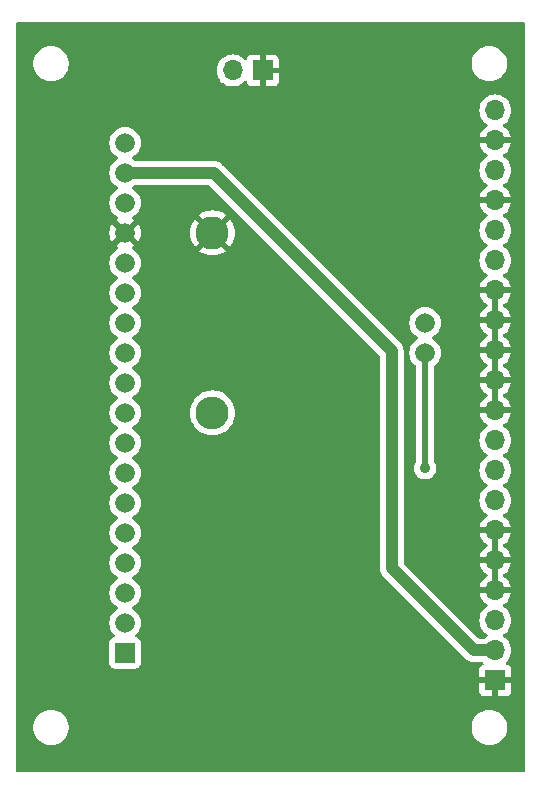
<source format=gbr>
%TF.GenerationSoftware,KiCad,Pcbnew,7.0.7*%
%TF.CreationDate,2023-09-19T20:44:50-06:00*%
%TF.ProjectId,hygienie_pcb,68796769-656e-4696-955f-7063622e6b69,00*%
%TF.SameCoordinates,Original*%
%TF.FileFunction,Copper,L2,Bot*%
%TF.FilePolarity,Positive*%
%FSLAX46Y46*%
G04 Gerber Fmt 4.6, Leading zero omitted, Abs format (unit mm)*
G04 Created by KiCad (PCBNEW 7.0.7) date 2023-09-19 20:44:50*
%MOMM*%
%LPD*%
G01*
G04 APERTURE LIST*
%TA.AperFunction,ComponentPad*%
%ADD10C,1.665000*%
%TD*%
%TA.AperFunction,ComponentPad*%
%ADD11R,1.665000X1.665000*%
%TD*%
%TA.AperFunction,ComponentPad*%
%ADD12R,1.700000X1.700000*%
%TD*%
%TA.AperFunction,ComponentPad*%
%ADD13O,1.700000X1.700000*%
%TD*%
%TA.AperFunction,ComponentPad*%
%ADD14O,2.800000X2.800000*%
%TD*%
%TA.AperFunction,ComponentPad*%
%ADD15C,2.800000*%
%TD*%
%TA.AperFunction,ViaPad*%
%ADD16C,0.900000*%
%TD*%
%TA.AperFunction,Conductor*%
%ADD17C,1.000000*%
%TD*%
%TA.AperFunction,Conductor*%
%ADD18C,0.500000*%
%TD*%
G04 APERTURE END LIST*
D10*
%TO.P,FireBeetle1,30,SCL/IO22*%
%TO.N,/SCL*%
X125250000Y-99115000D03*
%TO.P,FireBeetle1,29,SDA/IO21*%
%TO.N,/SDA*%
X125250000Y-101655000D03*
%TO.P,FireBeetle1,18,VCC*%
%TO.N,VCC*%
X99850000Y-83875000D03*
%TO.P,FireBeetle1,17,3V3*%
%TO.N,+3.3V*%
X99850000Y-86415000D03*
%TO.P,FireBeetle1,16,AREF*%
%TO.N,unconnected-(FireBeetle1-AREF-Pad16)*%
X99850000Y-88955000D03*
%TO.P,FireBeetle1,15,GND*%
%TO.N,GNDREF*%
X99850000Y-91495000D03*
%TO.P,FireBeetle1,14,IO11/CMD*%
%TO.N,unconnected-(FireBeetle1-IO11{slash}CMD-Pad14)*%
X99850000Y-94035000D03*
%TO.P,FireBeetle1,13,IO8/SD1*%
%TO.N,unconnected-(FireBeetle1-IO8{slash}SD1-Pad13)*%
X99850000Y-96575000D03*
%TO.P,FireBeetle1,12,IO7/SD0*%
%TO.N,unconnected-(FireBeetle1-IO7{slash}SD0-Pad12)*%
X99850000Y-99115000D03*
%TO.P,FireBeetle1,11,IO6/CLK*%
%TO.N,unconnected-(FireBeetle1-IO6{slash}CLK-Pad11)*%
X99850000Y-101655000D03*
%TO.P,FireBeetle1,10,IO2/D9*%
%TO.N,unconnected-(FireBeetle1-IO2{slash}D9-Pad10)*%
X99850000Y-104195000D03*
%TO.P,FireBeetle1,9,IO5/D8*%
%TO.N,unconnected-(FireBeetle1-IO5{slash}D8-Pad9)*%
X99850000Y-106735000D03*
%TO.P,FireBeetle1,8,IO13/D7*%
%TO.N,unconnected-(FireBeetle1-IO13{slash}D7-Pad8)*%
X99850000Y-109275000D03*
%TO.P,FireBeetle1,7,IO10/D6*%
%TO.N,unconnected-(FireBeetle1-IO10{slash}D6-Pad7)*%
X99850000Y-111815000D03*
%TO.P,FireBeetle1,6,IO9/D5*%
%TO.N,unconnected-(FireBeetle1-IO9{slash}D5-Pad6)*%
X99850000Y-114355000D03*
%TO.P,FireBeetle1,5,IO27/D4*%
%TO.N,/Reed Switch*%
X99850000Y-116895000D03*
%TO.P,FireBeetle1,4,IO26/D3*%
%TO.N,unconnected-(FireBeetle1-IO26{slash}D3-Pad4)*%
X99850000Y-119435000D03*
%TO.P,FireBeetle1,3,IO25/D2*%
%TO.N,/~{RST}*%
X99850000Y-121975000D03*
%TO.P,FireBeetle1,2,IO1/TXD*%
%TO.N,unconnected-(FireBeetle1-IO1{slash}TXD-Pad2)*%
X99850000Y-124515000D03*
D11*
%TO.P,FireBeetle1,1,IO3/RXD*%
%TO.N,unconnected-(FireBeetle1-IO3{slash}RXD-Pad1)*%
X99850000Y-127055000D03*
%TD*%
D12*
%TO.P,LCD1,1,VSS*%
%TO.N,GNDREF*%
X131200000Y-129390000D03*
D13*
%TO.P,LCD1,2,VDD*%
%TO.N,+3.3V*%
X131200000Y-126850000D03*
%TO.P,LCD1,3,NC*%
%TO.N,unconnected-(LCD1-NC-Pad3)*%
X131200000Y-124310000D03*
%TO.P,LCD1,4,SA0*%
%TO.N,GNDREF*%
X131200000Y-121770000D03*
%TO.P,LCD1,5,VSS*%
X131200000Y-119230000D03*
%TO.P,LCD1,6,VSS*%
X131200000Y-116690000D03*
%TO.P,LCD1,7,SCL*%
%TO.N,/SCL*%
X131200000Y-114150000D03*
%TO.P,LCD1,8,SDA_IN*%
%TO.N,/SDA*%
X131200000Y-111610000D03*
%TO.P,LCD1,9,SDA_OUT*%
X131200000Y-109070000D03*
%TO.P,LCD1,10,VSS*%
%TO.N,GNDREF*%
X131200000Y-106530000D03*
%TO.P,LCD1,11,VSS*%
X131200000Y-103990000D03*
%TO.P,LCD1,12,VSS*%
X131200000Y-101450000D03*
%TO.P,LCD1,13,VSS*%
X131200000Y-98910000D03*
%TO.P,LCD1,14,VSS*%
X131200000Y-96370000D03*
%TO.P,LCD1,15,NC*%
%TO.N,unconnected-(LCD1-NC-Pad15)*%
X131200000Y-93830000D03*
%TO.P,LCD1,16,~{RES}*%
%TO.N,/~{RST}*%
X131200000Y-91290000D03*
%TO.P,LCD1,17,VSS*%
%TO.N,GNDREF*%
X131200000Y-88750000D03*
%TO.P,LCD1,18,NC*%
%TO.N,unconnected-(LCD1-NC-Pad18)*%
X131200000Y-86210000D03*
%TO.P,LCD1,19,BS2*%
%TO.N,GNDREF*%
X131200000Y-83670000D03*
%TO.P,LCD1,20,BS1*%
%TO.N,+3.3V*%
X131200000Y-81130000D03*
%TD*%
D14*
%TO.P,SW1,2,2*%
%TO.N,/Reed Switch*%
X107250000Y-106740000D03*
D15*
%TO.P,SW1,1,1*%
%TO.N,GNDREF*%
X107250000Y-91500000D03*
%TD*%
D13*
%TO.P,PWR1,2,Pin_2*%
%TO.N,VCC*%
X108960000Y-77750000D03*
D12*
%TO.P,PWR1,1,Pin_1*%
%TO.N,GNDREF*%
X111500000Y-77750000D03*
%TD*%
D16*
%TO.N,/SDA*%
X125250000Y-111425000D03*
%TD*%
D17*
%TO.N,+3.3V*%
X107370000Y-86415000D02*
X99850000Y-86415000D01*
X122425000Y-101470000D02*
X107370000Y-86415000D01*
X122425000Y-119885000D02*
X122425000Y-101470000D01*
X131200000Y-126850000D02*
X129390000Y-126850000D01*
X129390000Y-126850000D02*
X122425000Y-119885000D01*
D18*
%TO.N,/SDA*%
X125250000Y-111425000D02*
X125250000Y-101655000D01*
%TD*%
%TA.AperFunction,Conductor*%
%TO.N,GNDREF*%
G36*
X131377510Y-119729507D02*
G01*
X131430314Y-119775261D01*
X131449999Y-119842301D01*
X131450000Y-120380000D01*
X131450000Y-121157698D01*
X131430315Y-121224737D01*
X131377511Y-121270492D01*
X131308355Y-121280436D01*
X131235766Y-121270000D01*
X131235763Y-121270000D01*
X131164237Y-121270000D01*
X131164233Y-121270000D01*
X131091644Y-121280436D01*
X131022486Y-121270492D01*
X130969683Y-121224736D01*
X130949999Y-121157698D01*
X130950000Y-120620000D01*
X130950000Y-119842301D01*
X130969685Y-119775262D01*
X131022489Y-119729507D01*
X131091647Y-119719563D01*
X131164237Y-119730000D01*
X131164238Y-119730000D01*
X131235762Y-119730000D01*
X131235763Y-119730000D01*
X131308352Y-119719563D01*
X131377510Y-119729507D01*
G37*
%TD.AperFunction*%
%TA.AperFunction,Conductor*%
G36*
X131377510Y-117189507D02*
G01*
X131430314Y-117235261D01*
X131449999Y-117302301D01*
X131450000Y-117840000D01*
X131450000Y-118617698D01*
X131430315Y-118684737D01*
X131377511Y-118730492D01*
X131308355Y-118740436D01*
X131235766Y-118730000D01*
X131235763Y-118730000D01*
X131164237Y-118730000D01*
X131164233Y-118730000D01*
X131091644Y-118740436D01*
X131022486Y-118730492D01*
X130969683Y-118684736D01*
X130949999Y-118617698D01*
X130950000Y-118080000D01*
X130950000Y-117302301D01*
X130969685Y-117235262D01*
X131022489Y-117189507D01*
X131091647Y-117179563D01*
X131164237Y-117190000D01*
X131164238Y-117190000D01*
X131235762Y-117190000D01*
X131235763Y-117190000D01*
X131308352Y-117179563D01*
X131377510Y-117189507D01*
G37*
%TD.AperFunction*%
%TA.AperFunction,Conductor*%
G36*
X131377510Y-104489507D02*
G01*
X131430314Y-104535261D01*
X131449999Y-104602301D01*
X131450000Y-105140000D01*
X131450000Y-105917698D01*
X131430315Y-105984737D01*
X131377511Y-106030492D01*
X131308355Y-106040436D01*
X131235766Y-106030000D01*
X131235763Y-106030000D01*
X131164237Y-106030000D01*
X131164233Y-106030000D01*
X131091644Y-106040436D01*
X131022486Y-106030492D01*
X130969683Y-105984736D01*
X130949999Y-105917698D01*
X130950000Y-105380000D01*
X130950000Y-104602301D01*
X130969685Y-104535262D01*
X131022489Y-104489507D01*
X131091647Y-104479563D01*
X131164237Y-104490000D01*
X131164238Y-104490000D01*
X131235762Y-104490000D01*
X131235763Y-104490000D01*
X131308352Y-104479563D01*
X131377510Y-104489507D01*
G37*
%TD.AperFunction*%
%TA.AperFunction,Conductor*%
G36*
X131377510Y-101949507D02*
G01*
X131430314Y-101995261D01*
X131449999Y-102062301D01*
X131450000Y-102600000D01*
X131450000Y-103377698D01*
X131430315Y-103444737D01*
X131377511Y-103490492D01*
X131308355Y-103500436D01*
X131235766Y-103490000D01*
X131235763Y-103490000D01*
X131164237Y-103490000D01*
X131164233Y-103490000D01*
X131091644Y-103500436D01*
X131022486Y-103490492D01*
X130969683Y-103444736D01*
X130949999Y-103377698D01*
X130950000Y-102840000D01*
X130950000Y-102062301D01*
X130969685Y-101995262D01*
X131022489Y-101949507D01*
X131091647Y-101939563D01*
X131164237Y-101950000D01*
X131164238Y-101950000D01*
X131235762Y-101950000D01*
X131235763Y-101950000D01*
X131308352Y-101939563D01*
X131377510Y-101949507D01*
G37*
%TD.AperFunction*%
%TA.AperFunction,Conductor*%
G36*
X131377510Y-99409507D02*
G01*
X131430314Y-99455261D01*
X131449999Y-99522301D01*
X131450000Y-100060000D01*
X131450000Y-100837698D01*
X131430315Y-100904737D01*
X131377511Y-100950492D01*
X131308355Y-100960436D01*
X131235766Y-100950000D01*
X131235763Y-100950000D01*
X131164237Y-100950000D01*
X131164233Y-100950000D01*
X131091644Y-100960436D01*
X131022486Y-100950492D01*
X130969683Y-100904736D01*
X130949999Y-100837698D01*
X130950000Y-100300000D01*
X130950000Y-99522301D01*
X130969685Y-99455262D01*
X131022489Y-99409507D01*
X131091647Y-99399563D01*
X131164237Y-99410000D01*
X131164238Y-99410000D01*
X131235762Y-99410000D01*
X131235763Y-99410000D01*
X131308352Y-99399563D01*
X131377510Y-99409507D01*
G37*
%TD.AperFunction*%
%TA.AperFunction,Conductor*%
G36*
X131377510Y-96869507D02*
G01*
X131430314Y-96915261D01*
X131449999Y-96982301D01*
X131450000Y-97520000D01*
X131450000Y-98297698D01*
X131430315Y-98364737D01*
X131377511Y-98410492D01*
X131308355Y-98420436D01*
X131235766Y-98410000D01*
X131235763Y-98410000D01*
X131164237Y-98410000D01*
X131164233Y-98410000D01*
X131091644Y-98420436D01*
X131022486Y-98410492D01*
X130969683Y-98364736D01*
X130949999Y-98297698D01*
X130950000Y-97760000D01*
X130950000Y-96982301D01*
X130969685Y-96915262D01*
X131022489Y-96869507D01*
X131091647Y-96859563D01*
X131164237Y-96870000D01*
X131164238Y-96870000D01*
X131235762Y-96870000D01*
X131235763Y-96870000D01*
X131308352Y-96859563D01*
X131377510Y-96869507D01*
G37*
%TD.AperFunction*%
%TA.AperFunction,Conductor*%
G36*
X133642539Y-73680185D02*
G01*
X133688294Y-73732989D01*
X133699500Y-73784500D01*
X133699500Y-137035500D01*
X133679815Y-137102539D01*
X133627011Y-137148294D01*
X133575500Y-137159500D01*
X90724500Y-137159500D01*
X90657461Y-137139815D01*
X90611706Y-137087011D01*
X90600500Y-137035500D01*
X90600500Y-133494334D01*
X92089500Y-133494334D01*
X92130429Y-133739616D01*
X92211169Y-133974802D01*
X92211172Y-133974811D01*
X92329524Y-134193506D01*
X92329526Y-134193509D01*
X92482262Y-134389744D01*
X92641744Y-134536557D01*
X92665217Y-134558166D01*
X92873393Y-134694173D01*
X93101118Y-134794063D01*
X93342175Y-134855107D01*
X93342179Y-134855108D01*
X93342181Y-134855108D01*
X93342186Y-134855109D01*
X93475376Y-134866145D01*
X93527933Y-134870500D01*
X93527935Y-134870500D01*
X93652065Y-134870500D01*
X93652067Y-134870500D01*
X93713284Y-134865427D01*
X93837813Y-134855109D01*
X93837816Y-134855108D01*
X93837821Y-134855108D01*
X94078881Y-134794063D01*
X94306607Y-134694173D01*
X94514785Y-134558164D01*
X94697738Y-134389744D01*
X94850474Y-134193509D01*
X94968828Y-133974810D01*
X95049571Y-133739614D01*
X95090500Y-133494335D01*
X95090500Y-133494334D01*
X129189500Y-133494334D01*
X129230429Y-133739616D01*
X129311169Y-133974802D01*
X129311172Y-133974811D01*
X129429524Y-134193506D01*
X129429526Y-134193509D01*
X129582262Y-134389744D01*
X129741744Y-134536557D01*
X129765217Y-134558166D01*
X129973393Y-134694173D01*
X130201118Y-134794063D01*
X130442175Y-134855107D01*
X130442179Y-134855108D01*
X130442181Y-134855108D01*
X130442186Y-134855109D01*
X130575376Y-134866145D01*
X130627933Y-134870500D01*
X130627935Y-134870500D01*
X130752065Y-134870500D01*
X130752067Y-134870500D01*
X130813284Y-134865427D01*
X130937813Y-134855109D01*
X130937816Y-134855108D01*
X130937821Y-134855108D01*
X131178881Y-134794063D01*
X131406607Y-134694173D01*
X131614785Y-134558164D01*
X131797738Y-134389744D01*
X131950474Y-134193509D01*
X132068828Y-133974810D01*
X132149571Y-133739614D01*
X132190500Y-133494335D01*
X132190500Y-133245665D01*
X132149571Y-133000386D01*
X132068828Y-132765190D01*
X131950474Y-132546491D01*
X131797738Y-132350256D01*
X131614785Y-132181836D01*
X131614782Y-132181833D01*
X131406606Y-132045826D01*
X131178881Y-131945936D01*
X130937824Y-131884892D01*
X130937813Y-131884890D01*
X130772548Y-131871197D01*
X130752067Y-131869500D01*
X130627933Y-131869500D01*
X130608521Y-131871108D01*
X130442186Y-131884890D01*
X130442175Y-131884892D01*
X130201118Y-131945936D01*
X129973393Y-132045826D01*
X129765217Y-132181833D01*
X129582261Y-132350257D01*
X129429524Y-132546493D01*
X129311172Y-132765188D01*
X129311169Y-132765197D01*
X129230429Y-133000383D01*
X129189500Y-133245665D01*
X129189500Y-133494334D01*
X95090500Y-133494334D01*
X95090500Y-133245665D01*
X95049571Y-133000386D01*
X94968828Y-132765190D01*
X94850474Y-132546491D01*
X94697738Y-132350256D01*
X94514785Y-132181836D01*
X94514782Y-132181833D01*
X94306606Y-132045826D01*
X94078881Y-131945936D01*
X93837824Y-131884892D01*
X93837813Y-131884890D01*
X93672548Y-131871197D01*
X93652067Y-131869500D01*
X93527933Y-131869500D01*
X93508521Y-131871108D01*
X93342186Y-131884890D01*
X93342175Y-131884892D01*
X93101118Y-131945936D01*
X92873393Y-132045826D01*
X92665217Y-132181833D01*
X92482261Y-132350257D01*
X92329524Y-132546493D01*
X92211172Y-132765188D01*
X92211169Y-132765197D01*
X92130429Y-133000383D01*
X92089500Y-133245665D01*
X92089500Y-133494334D01*
X90600500Y-133494334D01*
X90600500Y-124515000D01*
X98511908Y-124515000D01*
X98532236Y-124747352D01*
X98532238Y-124747362D01*
X98592602Y-124972646D01*
X98592607Y-124972660D01*
X98689945Y-125181402D01*
X98691178Y-125184046D01*
X98824962Y-125375109D01*
X98824966Y-125375113D01*
X98969766Y-125519913D01*
X99003251Y-125581236D01*
X98998267Y-125650928D01*
X98956395Y-125706861D01*
X98917109Y-125725227D01*
X98917285Y-125725698D01*
X98911446Y-125727875D01*
X98910603Y-125728270D01*
X98910019Y-125728407D01*
X98775171Y-125778702D01*
X98775164Y-125778706D01*
X98659955Y-125864952D01*
X98659952Y-125864955D01*
X98573706Y-125980164D01*
X98573702Y-125980171D01*
X98523408Y-126115017D01*
X98517264Y-126172169D01*
X98517001Y-126174623D01*
X98517000Y-126174635D01*
X98517000Y-127935370D01*
X98517001Y-127935376D01*
X98523408Y-127994983D01*
X98573702Y-128129828D01*
X98573706Y-128129835D01*
X98659952Y-128245044D01*
X98659955Y-128245047D01*
X98775164Y-128331293D01*
X98775171Y-128331297D01*
X98910017Y-128381591D01*
X98910016Y-128381591D01*
X98916944Y-128382335D01*
X98969627Y-128388000D01*
X100730372Y-128387999D01*
X100789983Y-128381591D01*
X100924831Y-128331296D01*
X101040046Y-128245046D01*
X101126296Y-128129831D01*
X101176591Y-127994983D01*
X101183000Y-127935373D01*
X101182999Y-126174628D01*
X101176591Y-126115017D01*
X101126296Y-125980169D01*
X101126295Y-125980168D01*
X101126293Y-125980164D01*
X101040047Y-125864955D01*
X101040044Y-125864952D01*
X100924835Y-125778706D01*
X100924828Y-125778702D01*
X100789984Y-125728409D01*
X100789399Y-125728271D01*
X100788991Y-125728039D01*
X100782715Y-125725698D01*
X100783094Y-125724680D01*
X100728683Y-125693697D01*
X100696297Y-125631787D01*
X100702524Y-125562195D01*
X100730229Y-125519917D01*
X100875038Y-125375109D01*
X101008822Y-125184046D01*
X101107395Y-124972654D01*
X101167763Y-124747357D01*
X101188092Y-124515000D01*
X101167763Y-124282643D01*
X101112016Y-124074592D01*
X101107397Y-124057353D01*
X101107392Y-124057339D01*
X101068126Y-123973132D01*
X101008822Y-123845954D01*
X100875038Y-123654891D01*
X100710109Y-123489962D01*
X100519046Y-123356178D01*
X100519044Y-123356177D01*
X100514360Y-123353473D01*
X100515313Y-123351820D01*
X100469192Y-123311216D01*
X100450036Y-123244024D01*
X100470248Y-123177141D01*
X100515280Y-123138120D01*
X100514360Y-123136527D01*
X100519035Y-123133826D01*
X100519046Y-123133822D01*
X100710109Y-123000038D01*
X100875038Y-122835109D01*
X101008822Y-122644046D01*
X101107395Y-122432654D01*
X101167763Y-122207357D01*
X101188092Y-121975000D01*
X101167763Y-121742643D01*
X101107395Y-121517346D01*
X101008822Y-121305954D01*
X100875038Y-121114891D01*
X100710109Y-120949962D01*
X100519046Y-120816178D01*
X100519044Y-120816177D01*
X100514360Y-120813473D01*
X100515313Y-120811820D01*
X100469192Y-120771216D01*
X100450036Y-120704024D01*
X100470248Y-120637141D01*
X100515280Y-120598120D01*
X100514360Y-120596527D01*
X100519035Y-120593826D01*
X100519046Y-120593822D01*
X100710109Y-120460038D01*
X100875038Y-120295109D01*
X101008822Y-120104046D01*
X101107395Y-119892654D01*
X101167763Y-119667357D01*
X101188092Y-119435000D01*
X101167763Y-119202643D01*
X101107395Y-118977346D01*
X101008822Y-118765954D01*
X100875038Y-118574891D01*
X100710109Y-118409962D01*
X100519046Y-118276178D01*
X100519044Y-118276177D01*
X100514360Y-118273473D01*
X100515313Y-118271820D01*
X100469192Y-118231216D01*
X100450036Y-118164024D01*
X100470248Y-118097141D01*
X100515280Y-118058120D01*
X100514360Y-118056527D01*
X100519035Y-118053826D01*
X100519046Y-118053822D01*
X100710109Y-117920038D01*
X100875038Y-117755109D01*
X101008822Y-117564046D01*
X101107395Y-117352654D01*
X101167763Y-117127357D01*
X101188092Y-116895000D01*
X101167763Y-116662643D01*
X101107395Y-116437346D01*
X101008822Y-116225954D01*
X100875038Y-116034891D01*
X100710109Y-115869962D01*
X100519046Y-115736178D01*
X100519044Y-115736177D01*
X100514360Y-115733473D01*
X100515313Y-115731820D01*
X100469192Y-115691216D01*
X100450036Y-115624024D01*
X100470248Y-115557141D01*
X100515280Y-115518120D01*
X100514360Y-115516527D01*
X100519035Y-115513826D01*
X100519046Y-115513822D01*
X100710109Y-115380038D01*
X100875038Y-115215109D01*
X101008822Y-115024046D01*
X101107395Y-114812654D01*
X101167763Y-114587357D01*
X101188092Y-114355000D01*
X101167763Y-114122643D01*
X101112016Y-113914592D01*
X101107397Y-113897353D01*
X101107392Y-113897339D01*
X101068126Y-113813132D01*
X101008822Y-113685954D01*
X100875038Y-113494891D01*
X100710109Y-113329962D01*
X100519046Y-113196178D01*
X100519044Y-113196177D01*
X100514360Y-113193473D01*
X100515313Y-113191820D01*
X100469192Y-113151216D01*
X100450036Y-113084024D01*
X100470248Y-113017141D01*
X100515280Y-112978120D01*
X100514360Y-112976527D01*
X100519035Y-112973826D01*
X100519046Y-112973822D01*
X100710109Y-112840038D01*
X100875038Y-112675109D01*
X101008822Y-112484046D01*
X101107395Y-112272654D01*
X101167763Y-112047357D01*
X101188092Y-111815000D01*
X101167763Y-111582643D01*
X101112016Y-111374592D01*
X101107397Y-111357353D01*
X101107392Y-111357339D01*
X101052054Y-111238666D01*
X101008822Y-111145954D01*
X100875038Y-110954891D01*
X100710109Y-110789962D01*
X100519046Y-110656178D01*
X100519044Y-110656177D01*
X100514360Y-110653473D01*
X100515313Y-110651820D01*
X100469192Y-110611216D01*
X100450036Y-110544024D01*
X100470248Y-110477141D01*
X100515280Y-110438120D01*
X100514360Y-110436527D01*
X100519035Y-110433826D01*
X100519046Y-110433822D01*
X100710109Y-110300038D01*
X100875038Y-110135109D01*
X101008822Y-109944046D01*
X101107395Y-109732654D01*
X101167763Y-109507357D01*
X101188092Y-109275000D01*
X101167763Y-109042643D01*
X101112016Y-108834592D01*
X101107397Y-108817353D01*
X101107392Y-108817339D01*
X101018150Y-108625959D01*
X101008822Y-108605954D01*
X100875038Y-108414891D01*
X100710109Y-108249962D01*
X100519046Y-108116178D01*
X100519044Y-108116177D01*
X100514360Y-108113473D01*
X100515313Y-108111820D01*
X100469192Y-108071216D01*
X100450036Y-108004024D01*
X100470248Y-107937141D01*
X100515280Y-107898120D01*
X100514360Y-107896527D01*
X100519035Y-107893826D01*
X100519046Y-107893822D01*
X100710109Y-107760038D01*
X100875038Y-107595109D01*
X101008822Y-107404046D01*
X101107395Y-107192654D01*
X101167763Y-106967357D01*
X101187654Y-106740001D01*
X105344645Y-106740001D01*
X105364039Y-107011160D01*
X105364040Y-107011167D01*
X105421823Y-107276793D01*
X105421825Y-107276801D01*
X105469285Y-107404046D01*
X105516830Y-107531519D01*
X105647109Y-107770107D01*
X105647110Y-107770108D01*
X105647113Y-107770113D01*
X105810029Y-107987742D01*
X105810033Y-107987746D01*
X105810038Y-107987752D01*
X106002247Y-108179961D01*
X106002253Y-108179966D01*
X106002258Y-108179971D01*
X106219887Y-108342887D01*
X106219891Y-108342889D01*
X106219892Y-108342890D01*
X106458481Y-108473169D01*
X106458480Y-108473169D01*
X106458484Y-108473170D01*
X106458487Y-108473172D01*
X106713199Y-108568175D01*
X106978840Y-108625961D01*
X107230605Y-108643967D01*
X107249999Y-108645355D01*
X107250000Y-108645355D01*
X107250001Y-108645355D01*
X107268100Y-108644060D01*
X107521160Y-108625961D01*
X107786801Y-108568175D01*
X108041513Y-108473172D01*
X108041517Y-108473169D01*
X108041519Y-108473169D01*
X108189859Y-108392169D01*
X108280113Y-108342887D01*
X108497742Y-108179971D01*
X108689971Y-107987742D01*
X108852887Y-107770113D01*
X108948446Y-107595109D01*
X108983169Y-107531519D01*
X108983169Y-107531517D01*
X108983172Y-107531513D01*
X109078175Y-107276801D01*
X109135961Y-107011160D01*
X109155355Y-106740000D01*
X109154997Y-106735000D01*
X109148085Y-106638353D01*
X109135961Y-106468840D01*
X109078175Y-106203199D01*
X108983172Y-105948487D01*
X108983170Y-105948484D01*
X108983169Y-105948480D01*
X108852890Y-105709892D01*
X108852889Y-105709891D01*
X108852887Y-105709887D01*
X108689971Y-105492258D01*
X108689966Y-105492253D01*
X108689961Y-105492247D01*
X108497752Y-105300038D01*
X108497746Y-105300033D01*
X108497742Y-105300029D01*
X108280113Y-105137113D01*
X108280108Y-105137110D01*
X108280107Y-105137109D01*
X108041518Y-105006830D01*
X108041519Y-105006830D01*
X107991920Y-104988330D01*
X107786801Y-104911825D01*
X107786794Y-104911823D01*
X107786793Y-104911823D01*
X107521167Y-104854040D01*
X107521160Y-104854039D01*
X107250001Y-104834645D01*
X107249999Y-104834645D01*
X106978839Y-104854039D01*
X106978832Y-104854040D01*
X106713206Y-104911823D01*
X106713202Y-104911824D01*
X106713199Y-104911825D01*
X106585843Y-104959326D01*
X106458480Y-105006830D01*
X106219892Y-105137109D01*
X106219891Y-105137110D01*
X106002259Y-105300028D01*
X106002247Y-105300038D01*
X105810038Y-105492247D01*
X105810028Y-105492259D01*
X105647110Y-105709891D01*
X105647109Y-105709892D01*
X105516830Y-105948480D01*
X105473014Y-106065957D01*
X105421825Y-106203199D01*
X105421824Y-106203202D01*
X105421823Y-106203206D01*
X105364040Y-106468832D01*
X105364039Y-106468839D01*
X105344645Y-106739998D01*
X105344645Y-106740001D01*
X101187654Y-106740001D01*
X101188092Y-106735000D01*
X101167763Y-106502643D01*
X101107395Y-106277346D01*
X101008822Y-106065954D01*
X100875038Y-105874891D01*
X100710109Y-105709962D01*
X100519046Y-105576178D01*
X100519044Y-105576177D01*
X100514360Y-105573473D01*
X100515313Y-105571820D01*
X100469192Y-105531216D01*
X100450036Y-105464024D01*
X100470248Y-105397141D01*
X100515280Y-105358120D01*
X100514360Y-105356527D01*
X100519035Y-105353826D01*
X100519046Y-105353822D01*
X100710109Y-105220038D01*
X100875038Y-105055109D01*
X101008822Y-104864046D01*
X101107395Y-104652654D01*
X101167763Y-104427357D01*
X101188092Y-104195000D01*
X101167763Y-103962643D01*
X101107395Y-103737346D01*
X101008822Y-103525954D01*
X100875038Y-103334891D01*
X100710109Y-103169962D01*
X100519046Y-103036178D01*
X100519044Y-103036177D01*
X100514360Y-103033473D01*
X100515313Y-103031820D01*
X100469192Y-102991216D01*
X100450036Y-102924024D01*
X100470248Y-102857141D01*
X100515280Y-102818120D01*
X100514360Y-102816527D01*
X100519035Y-102813826D01*
X100519046Y-102813822D01*
X100710109Y-102680038D01*
X100875038Y-102515109D01*
X101008822Y-102324046D01*
X101107395Y-102112654D01*
X101167763Y-101887357D01*
X101188092Y-101655000D01*
X101167763Y-101422643D01*
X101107395Y-101197346D01*
X101105530Y-101193347D01*
X101032288Y-101036278D01*
X101008822Y-100985954D01*
X100875038Y-100794891D01*
X100710109Y-100629962D01*
X100519046Y-100496178D01*
X100519044Y-100496177D01*
X100514360Y-100493473D01*
X100515313Y-100491820D01*
X100469192Y-100451216D01*
X100450036Y-100384024D01*
X100470248Y-100317141D01*
X100515280Y-100278120D01*
X100514360Y-100276527D01*
X100519035Y-100273826D01*
X100519046Y-100273822D01*
X100710109Y-100140038D01*
X100875038Y-99975109D01*
X101008822Y-99784046D01*
X101107395Y-99572654D01*
X101167763Y-99347357D01*
X101188092Y-99115000D01*
X101167763Y-98882643D01*
X101107395Y-98657346D01*
X101008822Y-98445954D01*
X100875038Y-98254891D01*
X100710109Y-98089962D01*
X100519046Y-97956178D01*
X100519042Y-97956176D01*
X100514360Y-97953473D01*
X100515313Y-97951820D01*
X100469192Y-97911216D01*
X100450036Y-97844024D01*
X100470248Y-97777141D01*
X100515280Y-97738120D01*
X100514360Y-97736527D01*
X100519035Y-97733826D01*
X100519046Y-97733822D01*
X100710109Y-97600038D01*
X100875038Y-97435109D01*
X101008822Y-97244046D01*
X101107395Y-97032654D01*
X101167763Y-96807357D01*
X101188092Y-96575000D01*
X101167763Y-96342643D01*
X101107395Y-96117346D01*
X101008822Y-95905954D01*
X100875038Y-95714891D01*
X100710109Y-95549962D01*
X100519046Y-95416178D01*
X100519044Y-95416177D01*
X100514360Y-95413473D01*
X100515313Y-95411820D01*
X100469192Y-95371216D01*
X100450036Y-95304024D01*
X100470248Y-95237141D01*
X100515280Y-95198120D01*
X100514360Y-95196527D01*
X100519035Y-95193826D01*
X100519046Y-95193822D01*
X100710109Y-95060038D01*
X100875038Y-94895109D01*
X101008822Y-94704046D01*
X101107395Y-94492654D01*
X101167763Y-94267357D01*
X101188092Y-94035000D01*
X101167763Y-93802643D01*
X101112016Y-93594592D01*
X101107397Y-93577353D01*
X101107392Y-93577339D01*
X101068126Y-93493132D01*
X101008822Y-93365954D01*
X100875038Y-93174891D01*
X100710109Y-93009962D01*
X100519046Y-92876178D01*
X100519044Y-92876177D01*
X100514360Y-92873473D01*
X100515216Y-92871989D01*
X100468581Y-92830910D01*
X100449444Y-92763712D01*
X100469675Y-92696835D01*
X100514980Y-92657600D01*
X100514109Y-92656092D01*
X100518801Y-92653382D01*
X100598807Y-92597361D01*
X100146719Y-92145273D01*
X100113234Y-92083950D01*
X100118218Y-92014258D01*
X100156144Y-91961405D01*
X100259427Y-91877379D01*
X100306183Y-91811141D01*
X100309640Y-91806244D01*
X100364381Y-91762826D01*
X100433907Y-91755897D01*
X100496141Y-91787655D01*
X100498625Y-91790071D01*
X100952361Y-92243807D01*
X101008382Y-92163801D01*
X101008386Y-92163795D01*
X101106921Y-91952484D01*
X101106924Y-91952478D01*
X101167268Y-91727272D01*
X101167269Y-91727264D01*
X101187153Y-91500001D01*
X105345147Y-91500001D01*
X105364536Y-91771090D01*
X105364537Y-91771097D01*
X105422305Y-92036654D01*
X105517285Y-92291306D01*
X105517287Y-92291310D01*
X105647532Y-92529835D01*
X105647537Y-92529843D01*
X105741320Y-92655124D01*
X106494890Y-91901554D01*
X106556213Y-91868069D01*
X106625904Y-91873053D01*
X106675386Y-91907007D01*
X106782404Y-92027805D01*
X106782406Y-92027807D01*
X106814559Y-92050000D01*
X106833501Y-92063075D01*
X106833503Y-92063076D01*
X106877493Y-92117358D01*
X106885153Y-92186807D01*
X106854050Y-92249372D01*
X106850744Y-92252807D01*
X106094874Y-93008677D01*
X106094874Y-93008678D01*
X106220156Y-93102462D01*
X106220164Y-93102467D01*
X106458689Y-93232712D01*
X106458693Y-93232714D01*
X106713345Y-93327694D01*
X106978902Y-93385462D01*
X106978909Y-93385463D01*
X107249999Y-93404853D01*
X107250001Y-93404853D01*
X107521090Y-93385463D01*
X107521097Y-93385462D01*
X107786654Y-93327694D01*
X108041306Y-93232714D01*
X108041310Y-93232712D01*
X108279835Y-93102467D01*
X108279843Y-93102462D01*
X108405123Y-93008678D01*
X108405124Y-93008677D01*
X107649254Y-92252807D01*
X107615769Y-92191484D01*
X107620753Y-92121792D01*
X107662625Y-92065859D01*
X107666460Y-92063100D01*
X107717595Y-92027806D01*
X107824615Y-91907005D01*
X107883801Y-91869881D01*
X107953666Y-91870649D01*
X108005108Y-91901554D01*
X108758677Y-92655124D01*
X108758678Y-92655123D01*
X108852462Y-92529843D01*
X108852467Y-92529835D01*
X108982712Y-92291310D01*
X108982714Y-92291306D01*
X109077694Y-92036654D01*
X109135462Y-91771097D01*
X109135463Y-91771090D01*
X109154852Y-91500001D01*
X109154852Y-91499998D01*
X109135463Y-91228909D01*
X109135462Y-91228902D01*
X109077694Y-90963345D01*
X108982714Y-90708693D01*
X108982712Y-90708689D01*
X108852467Y-90470164D01*
X108852462Y-90470156D01*
X108758678Y-90344875D01*
X108758677Y-90344874D01*
X108005108Y-91098444D01*
X107943785Y-91131929D01*
X107874093Y-91126945D01*
X107824612Y-91092990D01*
X107717599Y-90972198D01*
X107717597Y-90972196D01*
X107717595Y-90972194D01*
X107704775Y-90963345D01*
X107666495Y-90936922D01*
X107622505Y-90882639D01*
X107614845Y-90813190D01*
X107645949Y-90750625D01*
X107649254Y-90747191D01*
X108405124Y-89991320D01*
X108279843Y-89897537D01*
X108279835Y-89897532D01*
X108041310Y-89767287D01*
X108041306Y-89767285D01*
X107786654Y-89672305D01*
X107521097Y-89614537D01*
X107521090Y-89614536D01*
X107250001Y-89595147D01*
X107249999Y-89595147D01*
X106978909Y-89614536D01*
X106978902Y-89614537D01*
X106713345Y-89672305D01*
X106458693Y-89767285D01*
X106458689Y-89767287D01*
X106220164Y-89897532D01*
X106094874Y-89991321D01*
X106850745Y-90747192D01*
X106884230Y-90808515D01*
X106879246Y-90878207D01*
X106837374Y-90934140D01*
X106833504Y-90936923D01*
X106782407Y-90972192D01*
X106782404Y-90972194D01*
X106675387Y-91092992D01*
X106616197Y-91130118D01*
X106546332Y-91129350D01*
X106494891Y-91098445D01*
X105741321Y-90344875D01*
X105647532Y-90470164D01*
X105517287Y-90708689D01*
X105517285Y-90708693D01*
X105422305Y-90963345D01*
X105364537Y-91228902D01*
X105364536Y-91228909D01*
X105345147Y-91499998D01*
X105345147Y-91500001D01*
X101187153Y-91500001D01*
X101187590Y-91495001D01*
X101187590Y-91494998D01*
X101167269Y-91262735D01*
X101167268Y-91262727D01*
X101106924Y-91037521D01*
X101106921Y-91037515D01*
X101008386Y-90826205D01*
X100952360Y-90746191D01*
X100502226Y-91196326D01*
X100440903Y-91229811D01*
X100371211Y-91224827D01*
X100315278Y-91182955D01*
X100312665Y-91178791D01*
X100312569Y-91178859D01*
X100307680Y-91171932D01*
X100203547Y-91060433D01*
X100168937Y-91039386D01*
X100121886Y-90987735D01*
X100110229Y-90918844D01*
X100137667Y-90854588D01*
X100145686Y-90845758D01*
X100598807Y-90392638D01*
X100518793Y-90336612D01*
X100514109Y-90333908D01*
X100515008Y-90332349D01*
X100468600Y-90291491D01*
X100449444Y-90224299D01*
X100469656Y-90157417D01*
X100515188Y-90117962D01*
X100514360Y-90116527D01*
X100519035Y-90113826D01*
X100519046Y-90113822D01*
X100710109Y-89980038D01*
X100875038Y-89815109D01*
X101008822Y-89624046D01*
X101107395Y-89412654D01*
X101167763Y-89187357D01*
X101188092Y-88955000D01*
X101167763Y-88722643D01*
X101107395Y-88497346D01*
X101008822Y-88285954D01*
X100875038Y-88094891D01*
X100710109Y-87929962D01*
X100519046Y-87796178D01*
X100519044Y-87796177D01*
X100514360Y-87793473D01*
X100515313Y-87791820D01*
X100469192Y-87751216D01*
X100450036Y-87684024D01*
X100470248Y-87617141D01*
X100515280Y-87578120D01*
X100514360Y-87576527D01*
X100519035Y-87573826D01*
X100519046Y-87573822D01*
X100710109Y-87440038D01*
X100710114Y-87440033D01*
X100713125Y-87437925D01*
X100779331Y-87415598D01*
X100784249Y-87415500D01*
X106904217Y-87415500D01*
X106971256Y-87435185D01*
X106991898Y-87451819D01*
X121388181Y-101848101D01*
X121421666Y-101909424D01*
X121424500Y-101935782D01*
X121424500Y-119872283D01*
X121422243Y-119961362D01*
X121422243Y-119961370D01*
X121433064Y-120021739D01*
X121433718Y-120026404D01*
X121439925Y-120087430D01*
X121439927Y-120087444D01*
X121450208Y-120120213D01*
X121452079Y-120127837D01*
X121458142Y-120161652D01*
X121458142Y-120161655D01*
X121480894Y-120218612D01*
X121482474Y-120223051D01*
X121500841Y-120281588D01*
X121500844Y-120281595D01*
X121517509Y-120311619D01*
X121520879Y-120318714D01*
X121533622Y-120350614D01*
X121533627Y-120350624D01*
X121567377Y-120401833D01*
X121569818Y-120405863D01*
X121599588Y-120459498D01*
X121599589Y-120459499D01*
X121599591Y-120459502D01*
X121621968Y-120485567D01*
X121626693Y-120491835D01*
X121639263Y-120510906D01*
X121645598Y-120520519D01*
X121688978Y-120563899D01*
X121692169Y-120567343D01*
X121732131Y-120613892D01*
X121732134Y-120613895D01*
X121759294Y-120634918D01*
X121765190Y-120640111D01*
X128673566Y-127548487D01*
X128734941Y-127613053D01*
X128734944Y-127613055D01*
X128734945Y-127613056D01*
X128785295Y-127648101D01*
X128789047Y-127650929D01*
X128836592Y-127689697D01*
X128836595Y-127689698D01*
X128836597Y-127689700D01*
X128867039Y-127705601D01*
X128873753Y-127709668D01*
X128890610Y-127721401D01*
X128901947Y-127729292D01*
X128901953Y-127729296D01*
X128958331Y-127753490D01*
X128962569Y-127755502D01*
X129016951Y-127783909D01*
X129049973Y-127793356D01*
X129057365Y-127795989D01*
X129088940Y-127809539D01*
X129088941Y-127809540D01*
X129102054Y-127812234D01*
X129149055Y-127821892D01*
X129153595Y-127823006D01*
X129212582Y-127839886D01*
X129246841Y-127842494D01*
X129254609Y-127843585D01*
X129288255Y-127850500D01*
X129288259Y-127850500D01*
X129349601Y-127850500D01*
X129354308Y-127850678D01*
X129390651Y-127853446D01*
X129415475Y-127855337D01*
X129415475Y-127855336D01*
X129415476Y-127855337D01*
X129449559Y-127850996D01*
X129457389Y-127850500D01*
X130080570Y-127850500D01*
X130147609Y-127870185D01*
X130193364Y-127922989D01*
X130203308Y-127992147D01*
X130174283Y-128055703D01*
X130123903Y-128090682D01*
X130107913Y-128096645D01*
X130107906Y-128096649D01*
X129992812Y-128182809D01*
X129992809Y-128182812D01*
X129906649Y-128297906D01*
X129906645Y-128297913D01*
X129856403Y-128432620D01*
X129856401Y-128432627D01*
X129850000Y-128492155D01*
X129850000Y-129140000D01*
X130586653Y-129140000D01*
X130653692Y-129159685D01*
X130699447Y-129212489D01*
X130709391Y-129281647D01*
X130705631Y-129298933D01*
X130700000Y-129318111D01*
X130700000Y-129461888D01*
X130705631Y-129481067D01*
X130705630Y-129550936D01*
X130667855Y-129609714D01*
X130604299Y-129638738D01*
X130586653Y-129640000D01*
X129850000Y-129640000D01*
X129850000Y-130287844D01*
X129856401Y-130347372D01*
X129856403Y-130347379D01*
X129906645Y-130482086D01*
X129906649Y-130482093D01*
X129992809Y-130597187D01*
X129992812Y-130597190D01*
X130107906Y-130683350D01*
X130107913Y-130683354D01*
X130242620Y-130733596D01*
X130242627Y-130733598D01*
X130302155Y-130739999D01*
X130302172Y-130740000D01*
X130950000Y-130740000D01*
X130950000Y-130002301D01*
X130969685Y-129935262D01*
X131022489Y-129889507D01*
X131091647Y-129879563D01*
X131164237Y-129890000D01*
X131164238Y-129890000D01*
X131235762Y-129890000D01*
X131235763Y-129890000D01*
X131308352Y-129879563D01*
X131377510Y-129889507D01*
X131430314Y-129935261D01*
X131449999Y-130002301D01*
X131449999Y-130739999D01*
X131450000Y-130740000D01*
X132097828Y-130740000D01*
X132097844Y-130739999D01*
X132157372Y-130733598D01*
X132157379Y-130733596D01*
X132292086Y-130683354D01*
X132292093Y-130683350D01*
X132407187Y-130597190D01*
X132407190Y-130597187D01*
X132493350Y-130482093D01*
X132493354Y-130482086D01*
X132543596Y-130347379D01*
X132543598Y-130347372D01*
X132549999Y-130287844D01*
X132550000Y-130287827D01*
X132550000Y-129640000D01*
X131813347Y-129640000D01*
X131746308Y-129620315D01*
X131700553Y-129567511D01*
X131690609Y-129498353D01*
X131694369Y-129481067D01*
X131700000Y-129461888D01*
X131700000Y-129318111D01*
X131694369Y-129298933D01*
X131694370Y-129229064D01*
X131732145Y-129170286D01*
X131795701Y-129141262D01*
X131813347Y-129140000D01*
X132550000Y-129140000D01*
X132550000Y-128492172D01*
X132549999Y-128492155D01*
X132543598Y-128432627D01*
X132543596Y-128432620D01*
X132493354Y-128297913D01*
X132493350Y-128297906D01*
X132407190Y-128182812D01*
X132407187Y-128182809D01*
X132292093Y-128096649D01*
X132292088Y-128096646D01*
X132160528Y-128047577D01*
X132104595Y-128005705D01*
X132080178Y-127940241D01*
X132095030Y-127871968D01*
X132116175Y-127843720D01*
X132238495Y-127721401D01*
X132374035Y-127527830D01*
X132473903Y-127313663D01*
X132535063Y-127085408D01*
X132555659Y-126850000D01*
X132535063Y-126614592D01*
X132473903Y-126386337D01*
X132374035Y-126172171D01*
X132239595Y-125980169D01*
X132238494Y-125978597D01*
X132071402Y-125811506D01*
X132071396Y-125811501D01*
X131885842Y-125681575D01*
X131842217Y-125626998D01*
X131835023Y-125557500D01*
X131866546Y-125495145D01*
X131885842Y-125478425D01*
X131908026Y-125462891D01*
X132071401Y-125348495D01*
X132238495Y-125181401D01*
X132374035Y-124987830D01*
X132473903Y-124773663D01*
X132535063Y-124545408D01*
X132555659Y-124310000D01*
X132535063Y-124074592D01*
X132473903Y-123846337D01*
X132374035Y-123632171D01*
X132274463Y-123489966D01*
X132238494Y-123438597D01*
X132071402Y-123271506D01*
X132071401Y-123271505D01*
X131885405Y-123141269D01*
X131841781Y-123086692D01*
X131834588Y-123017193D01*
X131866110Y-122954839D01*
X131885405Y-122938119D01*
X132071082Y-122808105D01*
X132238105Y-122641082D01*
X132373600Y-122447578D01*
X132473429Y-122233492D01*
X132473432Y-122233486D01*
X132530636Y-122020000D01*
X131813347Y-122020000D01*
X131746308Y-122000315D01*
X131700553Y-121947511D01*
X131690609Y-121878353D01*
X131694369Y-121861067D01*
X131700000Y-121841888D01*
X131700000Y-121698111D01*
X131694369Y-121678933D01*
X131694370Y-121609064D01*
X131732145Y-121550286D01*
X131795701Y-121521262D01*
X131813347Y-121520000D01*
X132530636Y-121520000D01*
X132530635Y-121519999D01*
X132473432Y-121306513D01*
X132473429Y-121306507D01*
X132373600Y-121092422D01*
X132373599Y-121092420D01*
X132238113Y-120898926D01*
X132238108Y-120898920D01*
X132071082Y-120731894D01*
X131884968Y-120601575D01*
X131841344Y-120546998D01*
X131834151Y-120477499D01*
X131865673Y-120415145D01*
X131884968Y-120398425D01*
X132071082Y-120268105D01*
X132238105Y-120101082D01*
X132373600Y-119907578D01*
X132473429Y-119693492D01*
X132473432Y-119693486D01*
X132530636Y-119480000D01*
X131813347Y-119480000D01*
X131746308Y-119460315D01*
X131700553Y-119407511D01*
X131690609Y-119338353D01*
X131694369Y-119321067D01*
X131700000Y-119301888D01*
X131700000Y-119158111D01*
X131694369Y-119138933D01*
X131694370Y-119069064D01*
X131732145Y-119010286D01*
X131795701Y-118981262D01*
X131813347Y-118980000D01*
X132530636Y-118980000D01*
X132530635Y-118979999D01*
X132473432Y-118766513D01*
X132473429Y-118766507D01*
X132373600Y-118552422D01*
X132373599Y-118552420D01*
X132238113Y-118358926D01*
X132238108Y-118358920D01*
X132071082Y-118191894D01*
X131884968Y-118061575D01*
X131841344Y-118006998D01*
X131834151Y-117937499D01*
X131865673Y-117875145D01*
X131884968Y-117858425D01*
X132071082Y-117728105D01*
X132238105Y-117561082D01*
X132373600Y-117367578D01*
X132473429Y-117153492D01*
X132473432Y-117153486D01*
X132530636Y-116940000D01*
X131813347Y-116940000D01*
X131746308Y-116920315D01*
X131700553Y-116867511D01*
X131690609Y-116798353D01*
X131694369Y-116781067D01*
X131700000Y-116761888D01*
X131700000Y-116618111D01*
X131694369Y-116598933D01*
X131694370Y-116529064D01*
X131732145Y-116470286D01*
X131795701Y-116441262D01*
X131813347Y-116440000D01*
X132530636Y-116440000D01*
X132530635Y-116439999D01*
X132473432Y-116226513D01*
X132473429Y-116226507D01*
X132373600Y-116012422D01*
X132373599Y-116012420D01*
X132238113Y-115818926D01*
X132238108Y-115818920D01*
X132071078Y-115651890D01*
X131885405Y-115521879D01*
X131841780Y-115467302D01*
X131834588Y-115397804D01*
X131866110Y-115335449D01*
X131885406Y-115318730D01*
X132071401Y-115188495D01*
X132238495Y-115021401D01*
X132374035Y-114827830D01*
X132473903Y-114613663D01*
X132535063Y-114385408D01*
X132555659Y-114150000D01*
X132535063Y-113914592D01*
X132473903Y-113686337D01*
X132374035Y-113472171D01*
X132274463Y-113329966D01*
X132238494Y-113278597D01*
X132071402Y-113111506D01*
X132071396Y-113111501D01*
X131885842Y-112981575D01*
X131842217Y-112926998D01*
X131835023Y-112857500D01*
X131866546Y-112795145D01*
X131885842Y-112778425D01*
X131908026Y-112762891D01*
X132071401Y-112648495D01*
X132238495Y-112481401D01*
X132374035Y-112287830D01*
X132473903Y-112073663D01*
X132535063Y-111845408D01*
X132555659Y-111610000D01*
X132535063Y-111374592D01*
X132473903Y-111146337D01*
X132374035Y-110932171D01*
X132347575Y-110894381D01*
X132238494Y-110738597D01*
X132071402Y-110571506D01*
X132071396Y-110571501D01*
X131885842Y-110441575D01*
X131842217Y-110386998D01*
X131835023Y-110317500D01*
X131866546Y-110255145D01*
X131885842Y-110238425D01*
X131908026Y-110222891D01*
X132071401Y-110108495D01*
X132238495Y-109941401D01*
X132374035Y-109747830D01*
X132473903Y-109533663D01*
X132535063Y-109305408D01*
X132555659Y-109070000D01*
X132535063Y-108834592D01*
X132473903Y-108606337D01*
X132374035Y-108392171D01*
X132339529Y-108342890D01*
X132238494Y-108198597D01*
X132071402Y-108031506D01*
X132071401Y-108031505D01*
X131885405Y-107901269D01*
X131841781Y-107846692D01*
X131834588Y-107777193D01*
X131866110Y-107714839D01*
X131885405Y-107698119D01*
X132071082Y-107568105D01*
X132238105Y-107401082D01*
X132373600Y-107207578D01*
X132473429Y-106993492D01*
X132473432Y-106993486D01*
X132530636Y-106780000D01*
X131813347Y-106780000D01*
X131746308Y-106760315D01*
X131700553Y-106707511D01*
X131690609Y-106638353D01*
X131694369Y-106621067D01*
X131700000Y-106601888D01*
X131700000Y-106458111D01*
X131694369Y-106438933D01*
X131694370Y-106369064D01*
X131732145Y-106310286D01*
X131795701Y-106281262D01*
X131813347Y-106280000D01*
X132530636Y-106280000D01*
X132530635Y-106279999D01*
X132473432Y-106066513D01*
X132473429Y-106066507D01*
X132373600Y-105852422D01*
X132373599Y-105852420D01*
X132238113Y-105658926D01*
X132238108Y-105658920D01*
X132071082Y-105491894D01*
X131884968Y-105361575D01*
X131841344Y-105306998D01*
X131834151Y-105237499D01*
X131865673Y-105175145D01*
X131884968Y-105158425D01*
X132071082Y-105028105D01*
X132238105Y-104861082D01*
X132373600Y-104667578D01*
X132473429Y-104453492D01*
X132473432Y-104453486D01*
X132530636Y-104240000D01*
X131813347Y-104240000D01*
X131746308Y-104220315D01*
X131700553Y-104167511D01*
X131690609Y-104098353D01*
X131694369Y-104081067D01*
X131700000Y-104061888D01*
X131700000Y-103918111D01*
X131694369Y-103898933D01*
X131694370Y-103829064D01*
X131732145Y-103770286D01*
X131795701Y-103741262D01*
X131813347Y-103740000D01*
X132530636Y-103740000D01*
X132530635Y-103739999D01*
X132473432Y-103526513D01*
X132473429Y-103526507D01*
X132373600Y-103312422D01*
X132373599Y-103312420D01*
X132238113Y-103118926D01*
X132238108Y-103118920D01*
X132071082Y-102951894D01*
X131884968Y-102821575D01*
X131841344Y-102766998D01*
X131834151Y-102697499D01*
X131865673Y-102635145D01*
X131884968Y-102618425D01*
X132071082Y-102488105D01*
X132238105Y-102321082D01*
X132373600Y-102127578D01*
X132473429Y-101913492D01*
X132473432Y-101913486D01*
X132530636Y-101700000D01*
X131813347Y-101700000D01*
X131746308Y-101680315D01*
X131700553Y-101627511D01*
X131690609Y-101558353D01*
X131694369Y-101541067D01*
X131700000Y-101521888D01*
X131700000Y-101378111D01*
X131694369Y-101358933D01*
X131694370Y-101289064D01*
X131732145Y-101230286D01*
X131795701Y-101201262D01*
X131813347Y-101200000D01*
X132530636Y-101200000D01*
X132530635Y-101199999D01*
X132473432Y-100986513D01*
X132473429Y-100986507D01*
X132373600Y-100772422D01*
X132373599Y-100772420D01*
X132238113Y-100578926D01*
X132238108Y-100578920D01*
X132071082Y-100411894D01*
X131884968Y-100281575D01*
X131841344Y-100226998D01*
X131834151Y-100157499D01*
X131865673Y-100095145D01*
X131884968Y-100078425D01*
X132071082Y-99948105D01*
X132238105Y-99781082D01*
X132373600Y-99587578D01*
X132473429Y-99373492D01*
X132473432Y-99373486D01*
X132530636Y-99160000D01*
X131813347Y-99160000D01*
X131746308Y-99140315D01*
X131700553Y-99087511D01*
X131690609Y-99018353D01*
X131694369Y-99001067D01*
X131700000Y-98981888D01*
X131700000Y-98838111D01*
X131694369Y-98818933D01*
X131694370Y-98749064D01*
X131732145Y-98690286D01*
X131795701Y-98661262D01*
X131813347Y-98660000D01*
X132530636Y-98660000D01*
X132530635Y-98659999D01*
X132473432Y-98446513D01*
X132473429Y-98446507D01*
X132373600Y-98232422D01*
X132373599Y-98232420D01*
X132238113Y-98038926D01*
X132238108Y-98038920D01*
X132071082Y-97871894D01*
X131884968Y-97741575D01*
X131841344Y-97686998D01*
X131834151Y-97617499D01*
X131865673Y-97555145D01*
X131884968Y-97538425D01*
X132071082Y-97408105D01*
X132238105Y-97241082D01*
X132373600Y-97047578D01*
X132473429Y-96833492D01*
X132473432Y-96833486D01*
X132530636Y-96620000D01*
X131813347Y-96620000D01*
X131746308Y-96600315D01*
X131700553Y-96547511D01*
X131690609Y-96478353D01*
X131694369Y-96461067D01*
X131700000Y-96441888D01*
X131700000Y-96298111D01*
X131694369Y-96278933D01*
X131694370Y-96209064D01*
X131732145Y-96150286D01*
X131795701Y-96121262D01*
X131813347Y-96120000D01*
X132530636Y-96120000D01*
X132530635Y-96119999D01*
X132473432Y-95906513D01*
X132473429Y-95906507D01*
X132373600Y-95692422D01*
X132373599Y-95692420D01*
X132238113Y-95498926D01*
X132238108Y-95498920D01*
X132071078Y-95331890D01*
X131885405Y-95201879D01*
X131841780Y-95147302D01*
X131834588Y-95077804D01*
X131866110Y-95015449D01*
X131885406Y-94998730D01*
X132071401Y-94868495D01*
X132238495Y-94701401D01*
X132374035Y-94507830D01*
X132473903Y-94293663D01*
X132535063Y-94065408D01*
X132555659Y-93830000D01*
X132535063Y-93594592D01*
X132479028Y-93385463D01*
X132473905Y-93366344D01*
X132473904Y-93366343D01*
X132473903Y-93366337D01*
X132374035Y-93152171D01*
X132274463Y-93009966D01*
X132238494Y-92958597D01*
X132071402Y-92791506D01*
X132071396Y-92791501D01*
X131885842Y-92661575D01*
X131842217Y-92606998D01*
X131835023Y-92537500D01*
X131866546Y-92475145D01*
X131885842Y-92458425D01*
X131908026Y-92442891D01*
X132071401Y-92328495D01*
X132238495Y-92161401D01*
X132374035Y-91967830D01*
X132473903Y-91753663D01*
X132535063Y-91525408D01*
X132555659Y-91290000D01*
X132535063Y-91054592D01*
X132473903Y-90826337D01*
X132374035Y-90612171D01*
X132274596Y-90470156D01*
X132238494Y-90418597D01*
X132071402Y-90251506D01*
X132071401Y-90251505D01*
X131885405Y-90121269D01*
X131841781Y-90066692D01*
X131834588Y-89997193D01*
X131866110Y-89934839D01*
X131885405Y-89918119D01*
X132071082Y-89788105D01*
X132238105Y-89621082D01*
X132373600Y-89427578D01*
X132473429Y-89213492D01*
X132473432Y-89213486D01*
X132530636Y-89000000D01*
X131813347Y-89000000D01*
X131746308Y-88980315D01*
X131700553Y-88927511D01*
X131690609Y-88858353D01*
X131694369Y-88841067D01*
X131700000Y-88821888D01*
X131700000Y-88678111D01*
X131694369Y-88658933D01*
X131694370Y-88589064D01*
X131732145Y-88530286D01*
X131795701Y-88501262D01*
X131813347Y-88500000D01*
X132530636Y-88500000D01*
X132530635Y-88499999D01*
X132473432Y-88286513D01*
X132473429Y-88286507D01*
X132373600Y-88072422D01*
X132373599Y-88072420D01*
X132238113Y-87878926D01*
X132238108Y-87878920D01*
X132071078Y-87711890D01*
X131885405Y-87581879D01*
X131841780Y-87527302D01*
X131834588Y-87457804D01*
X131866110Y-87395449D01*
X131885406Y-87378730D01*
X132071401Y-87248495D01*
X132238495Y-87081401D01*
X132374035Y-86887830D01*
X132473903Y-86673663D01*
X132535063Y-86445408D01*
X132555659Y-86210000D01*
X132535063Y-85974592D01*
X132473903Y-85746337D01*
X132374035Y-85532171D01*
X132331653Y-85471642D01*
X132238494Y-85338597D01*
X132071402Y-85171506D01*
X132071401Y-85171505D01*
X131885405Y-85041269D01*
X131841781Y-84986692D01*
X131834588Y-84917193D01*
X131866110Y-84854839D01*
X131885405Y-84838119D01*
X132071082Y-84708105D01*
X132238105Y-84541082D01*
X132373600Y-84347578D01*
X132473429Y-84133492D01*
X132473432Y-84133486D01*
X132530636Y-83920000D01*
X131813347Y-83920000D01*
X131746308Y-83900315D01*
X131700553Y-83847511D01*
X131690609Y-83778353D01*
X131694369Y-83761067D01*
X131700000Y-83741888D01*
X131700000Y-83598111D01*
X131694369Y-83578933D01*
X131694370Y-83509064D01*
X131732145Y-83450286D01*
X131795701Y-83421262D01*
X131813347Y-83420000D01*
X132530636Y-83420000D01*
X132530635Y-83419999D01*
X132473432Y-83206513D01*
X132473429Y-83206507D01*
X132373600Y-82992422D01*
X132373599Y-82992420D01*
X132238113Y-82798926D01*
X132238108Y-82798920D01*
X132071078Y-82631890D01*
X131885405Y-82501879D01*
X131841780Y-82447302D01*
X131834588Y-82377804D01*
X131866110Y-82315449D01*
X131885406Y-82298730D01*
X132071401Y-82168495D01*
X132238495Y-82001401D01*
X132374035Y-81807830D01*
X132473903Y-81593663D01*
X132535063Y-81365408D01*
X132555659Y-81130000D01*
X132535063Y-80894592D01*
X132473903Y-80666337D01*
X132374035Y-80452171D01*
X132238495Y-80258599D01*
X132238494Y-80258597D01*
X132071402Y-80091506D01*
X132071395Y-80091501D01*
X131877834Y-79955967D01*
X131877830Y-79955965D01*
X131877830Y-79955964D01*
X131663663Y-79856097D01*
X131663659Y-79856096D01*
X131663655Y-79856094D01*
X131435413Y-79794938D01*
X131435403Y-79794936D01*
X131200001Y-79774341D01*
X131199999Y-79774341D01*
X130964596Y-79794936D01*
X130964586Y-79794938D01*
X130736344Y-79856094D01*
X130736335Y-79856098D01*
X130522171Y-79955964D01*
X130522169Y-79955965D01*
X130328597Y-80091505D01*
X130161505Y-80258597D01*
X130025965Y-80452169D01*
X130025964Y-80452171D01*
X129926098Y-80666335D01*
X129926094Y-80666344D01*
X129864938Y-80894586D01*
X129864936Y-80894596D01*
X129844341Y-81129999D01*
X129844341Y-81130000D01*
X129864936Y-81365403D01*
X129864938Y-81365413D01*
X129926094Y-81593655D01*
X129926096Y-81593659D01*
X129926097Y-81593663D01*
X130025965Y-81807830D01*
X130025967Y-81807834D01*
X130161501Y-82001395D01*
X130161506Y-82001402D01*
X130328597Y-82168493D01*
X130328603Y-82168498D01*
X130514594Y-82298730D01*
X130558219Y-82353307D01*
X130565413Y-82422805D01*
X130533890Y-82485160D01*
X130514595Y-82501880D01*
X130328922Y-82631890D01*
X130328920Y-82631891D01*
X130161891Y-82798920D01*
X130161886Y-82798926D01*
X130026400Y-82992420D01*
X130026399Y-82992422D01*
X129926570Y-83206507D01*
X129926567Y-83206513D01*
X129869364Y-83419999D01*
X129869364Y-83420000D01*
X130586653Y-83420000D01*
X130653692Y-83439685D01*
X130699447Y-83492489D01*
X130709391Y-83561647D01*
X130705631Y-83578933D01*
X130700000Y-83598111D01*
X130700000Y-83741888D01*
X130705631Y-83761067D01*
X130705630Y-83830936D01*
X130667855Y-83889714D01*
X130604299Y-83918738D01*
X130586653Y-83920000D01*
X129869364Y-83920000D01*
X129926567Y-84133486D01*
X129926570Y-84133492D01*
X130026399Y-84347578D01*
X130161894Y-84541082D01*
X130328917Y-84708105D01*
X130514595Y-84838119D01*
X130558219Y-84892696D01*
X130565412Y-84962195D01*
X130533890Y-85024549D01*
X130514595Y-85041269D01*
X130328594Y-85171508D01*
X130161505Y-85338597D01*
X130025965Y-85532169D01*
X130025964Y-85532171D01*
X129926098Y-85746335D01*
X129926094Y-85746344D01*
X129864938Y-85974586D01*
X129864936Y-85974596D01*
X129844341Y-86209999D01*
X129844341Y-86210000D01*
X129864936Y-86445403D01*
X129864938Y-86445413D01*
X129926094Y-86673655D01*
X129926096Y-86673659D01*
X129926097Y-86673663D01*
X130018885Y-86872646D01*
X130025965Y-86887830D01*
X130025967Y-86887834D01*
X130161501Y-87081395D01*
X130161506Y-87081402D01*
X130328597Y-87248493D01*
X130328603Y-87248498D01*
X130514594Y-87378730D01*
X130558219Y-87433307D01*
X130565413Y-87502805D01*
X130533890Y-87565160D01*
X130514595Y-87581880D01*
X130328922Y-87711890D01*
X130328920Y-87711891D01*
X130161891Y-87878920D01*
X130161886Y-87878926D01*
X130026400Y-88072420D01*
X130026399Y-88072422D01*
X129926570Y-88286507D01*
X129926567Y-88286513D01*
X129869364Y-88499999D01*
X129869364Y-88500000D01*
X130586653Y-88500000D01*
X130653692Y-88519685D01*
X130699447Y-88572489D01*
X130709391Y-88641647D01*
X130705631Y-88658933D01*
X130700000Y-88678111D01*
X130700000Y-88821888D01*
X130705631Y-88841067D01*
X130705630Y-88910936D01*
X130667855Y-88969714D01*
X130604299Y-88998738D01*
X130586653Y-89000000D01*
X129869364Y-89000000D01*
X129926567Y-89213486D01*
X129926570Y-89213492D01*
X130026399Y-89427578D01*
X130161894Y-89621082D01*
X130328917Y-89788105D01*
X130514595Y-89918119D01*
X130558219Y-89972696D01*
X130565412Y-90042195D01*
X130533890Y-90104549D01*
X130514595Y-90121269D01*
X130328594Y-90251508D01*
X130161505Y-90418597D01*
X130025965Y-90612169D01*
X130025964Y-90612171D01*
X129926098Y-90826335D01*
X129926094Y-90826344D01*
X129864938Y-91054586D01*
X129864936Y-91054596D01*
X129844341Y-91289999D01*
X129844341Y-91290000D01*
X129864936Y-91525403D01*
X129864938Y-91525413D01*
X129926094Y-91753655D01*
X129926096Y-91753659D01*
X129926097Y-91753663D01*
X129980649Y-91870649D01*
X130025965Y-91967830D01*
X130025967Y-91967834D01*
X130161501Y-92161395D01*
X130161506Y-92161402D01*
X130328597Y-92328493D01*
X130328603Y-92328498D01*
X130514158Y-92458425D01*
X130557783Y-92513002D01*
X130564977Y-92582500D01*
X130533454Y-92644855D01*
X130514158Y-92661575D01*
X130328597Y-92791505D01*
X130161505Y-92958597D01*
X130025965Y-93152169D01*
X130025964Y-93152171D01*
X129926098Y-93366335D01*
X129926094Y-93366344D01*
X129864938Y-93594586D01*
X129864936Y-93594596D01*
X129844341Y-93829999D01*
X129844341Y-93830000D01*
X129864936Y-94065403D01*
X129864938Y-94065413D01*
X129926094Y-94293655D01*
X129926096Y-94293659D01*
X129926097Y-94293663D01*
X130018885Y-94492646D01*
X130025965Y-94507830D01*
X130025967Y-94507834D01*
X130161501Y-94701395D01*
X130161506Y-94701402D01*
X130328597Y-94868493D01*
X130328603Y-94868498D01*
X130514594Y-94998730D01*
X130558219Y-95053307D01*
X130565413Y-95122805D01*
X130533890Y-95185160D01*
X130514595Y-95201880D01*
X130328922Y-95331890D01*
X130328920Y-95331891D01*
X130161891Y-95498920D01*
X130161886Y-95498926D01*
X130026400Y-95692420D01*
X130026399Y-95692422D01*
X129926570Y-95906507D01*
X129926567Y-95906513D01*
X129869364Y-96119999D01*
X129869364Y-96120000D01*
X130586653Y-96120000D01*
X130653692Y-96139685D01*
X130699447Y-96192489D01*
X130709391Y-96261647D01*
X130705631Y-96278933D01*
X130700000Y-96298111D01*
X130700000Y-96441888D01*
X130705631Y-96461067D01*
X130705630Y-96530936D01*
X130667855Y-96589714D01*
X130604299Y-96618738D01*
X130586653Y-96620000D01*
X129869364Y-96620000D01*
X129926567Y-96833486D01*
X129926570Y-96833492D01*
X130026399Y-97047578D01*
X130161894Y-97241082D01*
X130328917Y-97408105D01*
X130515031Y-97538425D01*
X130558656Y-97593003D01*
X130565848Y-97662501D01*
X130534326Y-97724856D01*
X130515031Y-97741575D01*
X130328922Y-97871890D01*
X130328920Y-97871891D01*
X130161891Y-98038920D01*
X130161886Y-98038926D01*
X130026400Y-98232420D01*
X130026399Y-98232422D01*
X129926570Y-98446507D01*
X129926567Y-98446513D01*
X129869364Y-98659999D01*
X129869364Y-98660000D01*
X130586653Y-98660000D01*
X130653692Y-98679685D01*
X130699447Y-98732489D01*
X130709391Y-98801647D01*
X130705631Y-98818933D01*
X130700000Y-98838111D01*
X130700000Y-98981888D01*
X130705631Y-99001067D01*
X130705630Y-99070936D01*
X130667855Y-99129714D01*
X130604299Y-99158738D01*
X130586653Y-99160000D01*
X129869364Y-99160000D01*
X129926567Y-99373486D01*
X129926570Y-99373492D01*
X130026399Y-99587578D01*
X130161894Y-99781082D01*
X130328917Y-99948105D01*
X130515031Y-100078425D01*
X130558656Y-100133003D01*
X130565848Y-100202501D01*
X130534326Y-100264856D01*
X130515031Y-100281575D01*
X130328922Y-100411890D01*
X130328920Y-100411891D01*
X130161891Y-100578920D01*
X130161886Y-100578926D01*
X130026400Y-100772420D01*
X130026399Y-100772422D01*
X129926570Y-100986507D01*
X129926567Y-100986513D01*
X129869364Y-101199999D01*
X129869364Y-101200000D01*
X130586653Y-101200000D01*
X130653692Y-101219685D01*
X130699447Y-101272489D01*
X130709391Y-101341647D01*
X130705631Y-101358933D01*
X130700000Y-101378111D01*
X130700000Y-101521888D01*
X130705631Y-101541067D01*
X130705630Y-101610936D01*
X130667855Y-101669714D01*
X130604299Y-101698738D01*
X130586653Y-101700000D01*
X129869364Y-101700000D01*
X129926567Y-101913486D01*
X129926570Y-101913492D01*
X130026399Y-102127578D01*
X130161894Y-102321082D01*
X130328917Y-102488105D01*
X130515031Y-102618425D01*
X130558656Y-102673003D01*
X130565848Y-102742501D01*
X130534326Y-102804856D01*
X130515031Y-102821575D01*
X130328922Y-102951890D01*
X130328920Y-102951891D01*
X130161891Y-103118920D01*
X130161886Y-103118926D01*
X130026400Y-103312420D01*
X130026399Y-103312422D01*
X129926570Y-103526507D01*
X129926567Y-103526513D01*
X129869364Y-103739999D01*
X129869364Y-103740000D01*
X130586653Y-103740000D01*
X130653692Y-103759685D01*
X130699447Y-103812489D01*
X130709391Y-103881647D01*
X130705631Y-103898933D01*
X130700000Y-103918111D01*
X130700000Y-104061888D01*
X130705631Y-104081067D01*
X130705630Y-104150936D01*
X130667855Y-104209714D01*
X130604299Y-104238738D01*
X130586653Y-104240000D01*
X129869364Y-104240000D01*
X129926567Y-104453486D01*
X129926570Y-104453492D01*
X130026399Y-104667578D01*
X130161894Y-104861082D01*
X130328917Y-105028105D01*
X130515031Y-105158425D01*
X130558656Y-105213003D01*
X130565848Y-105282501D01*
X130534326Y-105344856D01*
X130515031Y-105361575D01*
X130328922Y-105491890D01*
X130328920Y-105491891D01*
X130161891Y-105658920D01*
X130161886Y-105658926D01*
X130026400Y-105852420D01*
X130026399Y-105852422D01*
X129926570Y-106066507D01*
X129926567Y-106066513D01*
X129869364Y-106279999D01*
X129869364Y-106280000D01*
X130586653Y-106280000D01*
X130653692Y-106299685D01*
X130699447Y-106352489D01*
X130709391Y-106421647D01*
X130705631Y-106438933D01*
X130700000Y-106458111D01*
X130700000Y-106601888D01*
X130705631Y-106621067D01*
X130705630Y-106690936D01*
X130667855Y-106749714D01*
X130604299Y-106778738D01*
X130586653Y-106780000D01*
X129869364Y-106780000D01*
X129926567Y-106993486D01*
X129926570Y-106993492D01*
X130026399Y-107207578D01*
X130161894Y-107401082D01*
X130328917Y-107568105D01*
X130514595Y-107698119D01*
X130558219Y-107752696D01*
X130565412Y-107822195D01*
X130533890Y-107884549D01*
X130514595Y-107901269D01*
X130328594Y-108031508D01*
X130161505Y-108198597D01*
X130025965Y-108392169D01*
X130025964Y-108392171D01*
X129926098Y-108606335D01*
X129926094Y-108606344D01*
X129864938Y-108834586D01*
X129864936Y-108834596D01*
X129844341Y-109069999D01*
X129844341Y-109070000D01*
X129864936Y-109305403D01*
X129864938Y-109305413D01*
X129926094Y-109533655D01*
X129926096Y-109533659D01*
X129926097Y-109533663D01*
X130018885Y-109732646D01*
X130025965Y-109747830D01*
X130025967Y-109747834D01*
X130161501Y-109941395D01*
X130161506Y-109941402D01*
X130328597Y-110108493D01*
X130328603Y-110108498D01*
X130514158Y-110238425D01*
X130557783Y-110293002D01*
X130564977Y-110362500D01*
X130533454Y-110424855D01*
X130514158Y-110441575D01*
X130328597Y-110571505D01*
X130161505Y-110738597D01*
X130025965Y-110932169D01*
X130025964Y-110932171D01*
X129926098Y-111146335D01*
X129926094Y-111146344D01*
X129864938Y-111374586D01*
X129864936Y-111374596D01*
X129844341Y-111609999D01*
X129844341Y-111610000D01*
X129864936Y-111845403D01*
X129864938Y-111845413D01*
X129926094Y-112073655D01*
X129926096Y-112073659D01*
X129926097Y-112073663D01*
X129993933Y-112219137D01*
X130025965Y-112287830D01*
X130025967Y-112287834D01*
X130161501Y-112481395D01*
X130161506Y-112481402D01*
X130328597Y-112648493D01*
X130328603Y-112648498D01*
X130514158Y-112778425D01*
X130557783Y-112833002D01*
X130564977Y-112902500D01*
X130533454Y-112964855D01*
X130514158Y-112981575D01*
X130328597Y-113111505D01*
X130161505Y-113278597D01*
X130025965Y-113472169D01*
X130025964Y-113472171D01*
X129926098Y-113686335D01*
X129926094Y-113686344D01*
X129864938Y-113914586D01*
X129864936Y-113914596D01*
X129844341Y-114149999D01*
X129844341Y-114150000D01*
X129864936Y-114385403D01*
X129864938Y-114385413D01*
X129926094Y-114613655D01*
X129926096Y-114613659D01*
X129926097Y-114613663D01*
X130018885Y-114812646D01*
X130025965Y-114827830D01*
X130025967Y-114827834D01*
X130161501Y-115021395D01*
X130161506Y-115021402D01*
X130328597Y-115188493D01*
X130328603Y-115188498D01*
X130514594Y-115318730D01*
X130558219Y-115373307D01*
X130565413Y-115442805D01*
X130533890Y-115505160D01*
X130514595Y-115521880D01*
X130328922Y-115651890D01*
X130328920Y-115651891D01*
X130161891Y-115818920D01*
X130161886Y-115818926D01*
X130026400Y-116012420D01*
X130026399Y-116012422D01*
X129926570Y-116226507D01*
X129926567Y-116226513D01*
X129869364Y-116439999D01*
X129869364Y-116440000D01*
X130586653Y-116440000D01*
X130653692Y-116459685D01*
X130699447Y-116512489D01*
X130709391Y-116581647D01*
X130705631Y-116598933D01*
X130700000Y-116618111D01*
X130700000Y-116761888D01*
X130705631Y-116781067D01*
X130705630Y-116850936D01*
X130667855Y-116909714D01*
X130604299Y-116938738D01*
X130586653Y-116940000D01*
X129869364Y-116940000D01*
X129926567Y-117153486D01*
X129926570Y-117153492D01*
X130026399Y-117367578D01*
X130161894Y-117561082D01*
X130328917Y-117728105D01*
X130515031Y-117858425D01*
X130558656Y-117913003D01*
X130565848Y-117982501D01*
X130534326Y-118044856D01*
X130515031Y-118061575D01*
X130328922Y-118191890D01*
X130328920Y-118191891D01*
X130161891Y-118358920D01*
X130161886Y-118358926D01*
X130026400Y-118552420D01*
X130026399Y-118552422D01*
X129926570Y-118766507D01*
X129926567Y-118766513D01*
X129869364Y-118979999D01*
X129869364Y-118980000D01*
X130586653Y-118980000D01*
X130653692Y-118999685D01*
X130699447Y-119052489D01*
X130709391Y-119121647D01*
X130705631Y-119138933D01*
X130700000Y-119158111D01*
X130700000Y-119301888D01*
X130705631Y-119321067D01*
X130705630Y-119390936D01*
X130667855Y-119449714D01*
X130604299Y-119478738D01*
X130586653Y-119480000D01*
X129869364Y-119480000D01*
X129926567Y-119693486D01*
X129926570Y-119693492D01*
X130026399Y-119907578D01*
X130161894Y-120101082D01*
X130328917Y-120268105D01*
X130515031Y-120398425D01*
X130558656Y-120453003D01*
X130565848Y-120522501D01*
X130534326Y-120584856D01*
X130515031Y-120601575D01*
X130328922Y-120731890D01*
X130328920Y-120731891D01*
X130161891Y-120898920D01*
X130161886Y-120898926D01*
X130026400Y-121092420D01*
X130026399Y-121092422D01*
X129926570Y-121306507D01*
X129926567Y-121306513D01*
X129869364Y-121519999D01*
X129869364Y-121520000D01*
X130586653Y-121520000D01*
X130653692Y-121539685D01*
X130699447Y-121592489D01*
X130709391Y-121661647D01*
X130705631Y-121678933D01*
X130700000Y-121698111D01*
X130700000Y-121841888D01*
X130705631Y-121861067D01*
X130705630Y-121930936D01*
X130667855Y-121989714D01*
X130604299Y-122018738D01*
X130586653Y-122020000D01*
X129869364Y-122020000D01*
X129926567Y-122233486D01*
X129926570Y-122233492D01*
X130026399Y-122447578D01*
X130161894Y-122641082D01*
X130328917Y-122808105D01*
X130514595Y-122938119D01*
X130558219Y-122992696D01*
X130565412Y-123062195D01*
X130533890Y-123124549D01*
X130514595Y-123141269D01*
X130328594Y-123271508D01*
X130161505Y-123438597D01*
X130025965Y-123632169D01*
X130025964Y-123632171D01*
X129926098Y-123846335D01*
X129926094Y-123846344D01*
X129864938Y-124074586D01*
X129864936Y-124074596D01*
X129844341Y-124309999D01*
X129844341Y-124310000D01*
X129864936Y-124545403D01*
X129864938Y-124545413D01*
X129926094Y-124773655D01*
X129926096Y-124773659D01*
X129926097Y-124773663D01*
X130018885Y-124972646D01*
X130025965Y-124987830D01*
X130025967Y-124987834D01*
X130161501Y-125181395D01*
X130161506Y-125181402D01*
X130328597Y-125348493D01*
X130328603Y-125348498D01*
X130514158Y-125478425D01*
X130557783Y-125533002D01*
X130564977Y-125602500D01*
X130533454Y-125664855D01*
X130514158Y-125681575D01*
X130328597Y-125811505D01*
X130326922Y-125813181D01*
X130326000Y-125813684D01*
X130324449Y-125814986D01*
X130324187Y-125814674D01*
X130265599Y-125846666D01*
X130239241Y-125849500D01*
X129855783Y-125849500D01*
X129788744Y-125829815D01*
X129768102Y-125813181D01*
X123461819Y-119506898D01*
X123428334Y-119445575D01*
X123425500Y-119419217D01*
X123425500Y-101655000D01*
X123911908Y-101655000D01*
X123932236Y-101887352D01*
X123932238Y-101887362D01*
X123992602Y-102112646D01*
X123992607Y-102112660D01*
X124089796Y-102321082D01*
X124091178Y-102324046D01*
X124224962Y-102515109D01*
X124224966Y-102515113D01*
X124389889Y-102680036D01*
X124389895Y-102680041D01*
X124446623Y-102719762D01*
X124490248Y-102774338D01*
X124499500Y-102821337D01*
X124499500Y-110796836D01*
X124479815Y-110863875D01*
X124471355Y-110875499D01*
X124455864Y-110894375D01*
X124455860Y-110894381D01*
X124367604Y-111059497D01*
X124313253Y-111238666D01*
X124313252Y-111238668D01*
X124294901Y-111424999D01*
X124313252Y-111611331D01*
X124313253Y-111611333D01*
X124367604Y-111790502D01*
X124455862Y-111955623D01*
X124455864Y-111955626D01*
X124574642Y-112100357D01*
X124719373Y-112219135D01*
X124719376Y-112219137D01*
X124819512Y-112272660D01*
X124884499Y-112307396D01*
X125063666Y-112361746D01*
X125063668Y-112361747D01*
X125080374Y-112363392D01*
X125250000Y-112380099D01*
X125436331Y-112361747D01*
X125615501Y-112307396D01*
X125780625Y-112219136D01*
X125925357Y-112100357D01*
X126044136Y-111955625D01*
X126132396Y-111790501D01*
X126186747Y-111611331D01*
X126205099Y-111425000D01*
X126186747Y-111238669D01*
X126132396Y-111059499D01*
X126044136Y-110894375D01*
X126028645Y-110875499D01*
X126001333Y-110811188D01*
X126000500Y-110796836D01*
X126000500Y-102821337D01*
X126020185Y-102754298D01*
X126053377Y-102719762D01*
X126085172Y-102697499D01*
X126110109Y-102680038D01*
X126275038Y-102515109D01*
X126408822Y-102324046D01*
X126507395Y-102112654D01*
X126567763Y-101887357D01*
X126588092Y-101655000D01*
X126567763Y-101422643D01*
X126507395Y-101197346D01*
X126505530Y-101193347D01*
X126432288Y-101036278D01*
X126408822Y-100985954D01*
X126275038Y-100794891D01*
X126110109Y-100629962D01*
X125919046Y-100496178D01*
X125919044Y-100496177D01*
X125914360Y-100493473D01*
X125915313Y-100491820D01*
X125869192Y-100451216D01*
X125850036Y-100384024D01*
X125870248Y-100317141D01*
X125915280Y-100278120D01*
X125914360Y-100276527D01*
X125919035Y-100273826D01*
X125919046Y-100273822D01*
X126110109Y-100140038D01*
X126275038Y-99975109D01*
X126408822Y-99784046D01*
X126507395Y-99572654D01*
X126567763Y-99347357D01*
X126588092Y-99115000D01*
X126567763Y-98882643D01*
X126507395Y-98657346D01*
X126408822Y-98445954D01*
X126275038Y-98254891D01*
X126110109Y-98089962D01*
X125919046Y-97956178D01*
X125913245Y-97953473D01*
X125707660Y-97857607D01*
X125707646Y-97857602D01*
X125482362Y-97797238D01*
X125482352Y-97797236D01*
X125250001Y-97776908D01*
X125249999Y-97776908D01*
X125017647Y-97797236D01*
X125017637Y-97797238D01*
X124792353Y-97857602D01*
X124792339Y-97857607D01*
X124580957Y-97956176D01*
X124580955Y-97956177D01*
X124580952Y-97956178D01*
X124580954Y-97956178D01*
X124389891Y-98089962D01*
X124389889Y-98089963D01*
X124389886Y-98089966D01*
X124224966Y-98254886D01*
X124091177Y-98445955D01*
X124091176Y-98445957D01*
X123992607Y-98657339D01*
X123992602Y-98657353D01*
X123932238Y-98882637D01*
X123932236Y-98882647D01*
X123911908Y-99114999D01*
X123911908Y-99115000D01*
X123932236Y-99347352D01*
X123932238Y-99347362D01*
X123992602Y-99572646D01*
X123992607Y-99572660D01*
X124089796Y-99781082D01*
X124091178Y-99784046D01*
X124224962Y-99975109D01*
X124389891Y-100140038D01*
X124580954Y-100273822D01*
X124580959Y-100273824D01*
X124585640Y-100276527D01*
X124584688Y-100278175D01*
X124630818Y-100318801D01*
X124649963Y-100385997D01*
X124629740Y-100452876D01*
X124584722Y-100491884D01*
X124585640Y-100493473D01*
X124580955Y-100496177D01*
X124580952Y-100496178D01*
X124580954Y-100496178D01*
X124389891Y-100629962D01*
X124389889Y-100629963D01*
X124389886Y-100629966D01*
X124224966Y-100794886D01*
X124224963Y-100794889D01*
X124224962Y-100794891D01*
X124154516Y-100895498D01*
X124091177Y-100985955D01*
X124091176Y-100985957D01*
X123992607Y-101197339D01*
X123992602Y-101197353D01*
X123932238Y-101422637D01*
X123932236Y-101422647D01*
X123911908Y-101654999D01*
X123911908Y-101655000D01*
X123425500Y-101655000D01*
X123425500Y-101482677D01*
X123425558Y-101480362D01*
X123427756Y-101393637D01*
X123416932Y-101333247D01*
X123416282Y-101328617D01*
X123410074Y-101267562D01*
X123399790Y-101234786D01*
X123397917Y-101227154D01*
X123392576Y-101197353D01*
X123391858Y-101193347D01*
X123369102Y-101136378D01*
X123367521Y-101131937D01*
X123349159Y-101073412D01*
X123349158Y-101073410D01*
X123349157Y-101073407D01*
X123332488Y-101043378D01*
X123329117Y-101036278D01*
X123316378Y-101004386D01*
X123316377Y-101004383D01*
X123282620Y-100953163D01*
X123280180Y-100949134D01*
X123269379Y-100929675D01*
X123250409Y-100895498D01*
X123250407Y-100895495D01*
X123228033Y-100869434D01*
X123223302Y-100863159D01*
X123204402Y-100834481D01*
X123161012Y-100791091D01*
X123157822Y-100787648D01*
X123117867Y-100741106D01*
X123117863Y-100741102D01*
X123090698Y-100720074D01*
X123084803Y-100714882D01*
X108086452Y-85716532D01*
X108025061Y-85651949D01*
X108025060Y-85651948D01*
X108025059Y-85651947D01*
X107997204Y-85632559D01*
X107974709Y-85616902D01*
X107970946Y-85614064D01*
X107923413Y-85575305D01*
X107923406Y-85575300D01*
X107892959Y-85559397D01*
X107886251Y-85555334D01*
X107858049Y-85535705D01*
X107858046Y-85535703D01*
X107858045Y-85535703D01*
X107858041Y-85535701D01*
X107801680Y-85511514D01*
X107797424Y-85509493D01*
X107743057Y-85481094D01*
X107743050Y-85481091D01*
X107743049Y-85481091D01*
X107737008Y-85479362D01*
X107710030Y-85471642D01*
X107702630Y-85469008D01*
X107671057Y-85455459D01*
X107671058Y-85455459D01*
X107610966Y-85443109D01*
X107606391Y-85441986D01*
X107547420Y-85425113D01*
X107547425Y-85425113D01*
X107513158Y-85422503D01*
X107505380Y-85421412D01*
X107471742Y-85414500D01*
X107471741Y-85414500D01*
X107410402Y-85414500D01*
X107405695Y-85414321D01*
X107400121Y-85413896D01*
X107344524Y-85409662D01*
X107324589Y-85412201D01*
X107310440Y-85414003D01*
X107302611Y-85414500D01*
X100784249Y-85414500D01*
X100717210Y-85394815D01*
X100713125Y-85392075D01*
X100710112Y-85389965D01*
X100710109Y-85389962D01*
X100519046Y-85256178D01*
X100519044Y-85256177D01*
X100514360Y-85253473D01*
X100515313Y-85251820D01*
X100469192Y-85211216D01*
X100450036Y-85144024D01*
X100470248Y-85077141D01*
X100515280Y-85038120D01*
X100514360Y-85036527D01*
X100519035Y-85033826D01*
X100519046Y-85033822D01*
X100710109Y-84900038D01*
X100875038Y-84735109D01*
X101008822Y-84544046D01*
X101107395Y-84332654D01*
X101167763Y-84107357D01*
X101188092Y-83875000D01*
X101167763Y-83642643D01*
X101107395Y-83417346D01*
X101008822Y-83205954D01*
X100875038Y-83014891D01*
X100710109Y-82849962D01*
X100519046Y-82716178D01*
X100519042Y-82716176D01*
X100307660Y-82617607D01*
X100307646Y-82617602D01*
X100082362Y-82557238D01*
X100082352Y-82557236D01*
X99850001Y-82536908D01*
X99849999Y-82536908D01*
X99617647Y-82557236D01*
X99617637Y-82557238D01*
X99392353Y-82617602D01*
X99392339Y-82617607D01*
X99180957Y-82716176D01*
X99180955Y-82716177D01*
X99180952Y-82716178D01*
X99180954Y-82716178D01*
X98989891Y-82849962D01*
X98989889Y-82849963D01*
X98989886Y-82849966D01*
X98824966Y-83014886D01*
X98691177Y-83205955D01*
X98691176Y-83205957D01*
X98592607Y-83417339D01*
X98592602Y-83417353D01*
X98532238Y-83642637D01*
X98532236Y-83642647D01*
X98511908Y-83874999D01*
X98511908Y-83875000D01*
X98532236Y-84107352D01*
X98532238Y-84107362D01*
X98592602Y-84332646D01*
X98592607Y-84332660D01*
X98689796Y-84541082D01*
X98691178Y-84544046D01*
X98824962Y-84735109D01*
X98989891Y-84900038D01*
X99180954Y-85033822D01*
X99180959Y-85033824D01*
X99185640Y-85036527D01*
X99184688Y-85038175D01*
X99230818Y-85078801D01*
X99249963Y-85145997D01*
X99229740Y-85212876D01*
X99184722Y-85251884D01*
X99185640Y-85253473D01*
X99180955Y-85256177D01*
X99180952Y-85256178D01*
X99180954Y-85256178D01*
X98989891Y-85389962D01*
X98989889Y-85389963D01*
X98989886Y-85389966D01*
X98824966Y-85554886D01*
X98824963Y-85554889D01*
X98824962Y-85554891D01*
X98757003Y-85651947D01*
X98691177Y-85745955D01*
X98691176Y-85745957D01*
X98592607Y-85957339D01*
X98592602Y-85957353D01*
X98532238Y-86182637D01*
X98532236Y-86182647D01*
X98511908Y-86414999D01*
X98511908Y-86415000D01*
X98532236Y-86647352D01*
X98532238Y-86647362D01*
X98592602Y-86872646D01*
X98592607Y-86872660D01*
X98689945Y-87081402D01*
X98691178Y-87084046D01*
X98824962Y-87275109D01*
X98989891Y-87440038D01*
X99180954Y-87573822D01*
X99180959Y-87573824D01*
X99185640Y-87576527D01*
X99184688Y-87578175D01*
X99230818Y-87618801D01*
X99249963Y-87685997D01*
X99229740Y-87752876D01*
X99184722Y-87791884D01*
X99185640Y-87793473D01*
X99180955Y-87796177D01*
X99180952Y-87796178D01*
X99180954Y-87796178D01*
X98989891Y-87929962D01*
X98989889Y-87929963D01*
X98989886Y-87929966D01*
X98824966Y-88094886D01*
X98691177Y-88285955D01*
X98691176Y-88285957D01*
X98592607Y-88497339D01*
X98592602Y-88497353D01*
X98532238Y-88722637D01*
X98532236Y-88722647D01*
X98511908Y-88954999D01*
X98511908Y-88955000D01*
X98532236Y-89187352D01*
X98532238Y-89187362D01*
X98592602Y-89412646D01*
X98592607Y-89412660D01*
X98677702Y-89595147D01*
X98691178Y-89624046D01*
X98824962Y-89815109D01*
X98989891Y-89980038D01*
X99180954Y-90113822D01*
X99180959Y-90113824D01*
X99185640Y-90116527D01*
X99184781Y-90118013D01*
X99231408Y-90159073D01*
X99250555Y-90226268D01*
X99230335Y-90293148D01*
X99185030Y-90332405D01*
X99185896Y-90333905D01*
X99181204Y-90336613D01*
X99101192Y-90392638D01*
X99101191Y-90392638D01*
X99553280Y-90844726D01*
X99586765Y-90906049D01*
X99581781Y-90975740D01*
X99543854Y-91028595D01*
X99440573Y-91112620D01*
X99390360Y-91183756D01*
X99335618Y-91227173D01*
X99266093Y-91234102D01*
X99203858Y-91202343D01*
X99201375Y-91199928D01*
X98747638Y-90746191D01*
X98747638Y-90746192D01*
X98691613Y-90826204D01*
X98691612Y-90826206D01*
X98593078Y-91037515D01*
X98593075Y-91037521D01*
X98532731Y-91262727D01*
X98532730Y-91262735D01*
X98512410Y-91494998D01*
X98512410Y-91495001D01*
X98532730Y-91727264D01*
X98532731Y-91727272D01*
X98593075Y-91952478D01*
X98593078Y-91952484D01*
X98691613Y-92163794D01*
X98747638Y-92243807D01*
X99197773Y-91793672D01*
X99259096Y-91760187D01*
X99328787Y-91765171D01*
X99384721Y-91807042D01*
X99387335Y-91811208D01*
X99387431Y-91811141D01*
X99392319Y-91818066D01*
X99392319Y-91818067D01*
X99496453Y-91929567D01*
X99531059Y-91950611D01*
X99578111Y-92002262D01*
X99589769Y-92071152D01*
X99562332Y-92135409D01*
X99554312Y-92144240D01*
X99101191Y-92597360D01*
X99181206Y-92653387D01*
X99185891Y-92656092D01*
X99184989Y-92657653D01*
X99231389Y-92698490D01*
X99250555Y-92765680D01*
X99230354Y-92832565D01*
X99184816Y-92872046D01*
X99185640Y-92873473D01*
X99180955Y-92876177D01*
X99180952Y-92876178D01*
X99180954Y-92876178D01*
X98989891Y-93009962D01*
X98989889Y-93009963D01*
X98989886Y-93009966D01*
X98824966Y-93174886D01*
X98691177Y-93365955D01*
X98691176Y-93365957D01*
X98592607Y-93577339D01*
X98592602Y-93577353D01*
X98532238Y-93802637D01*
X98532236Y-93802647D01*
X98511908Y-94034999D01*
X98511908Y-94035000D01*
X98532236Y-94267352D01*
X98532238Y-94267362D01*
X98592602Y-94492646D01*
X98592607Y-94492660D01*
X98689945Y-94701402D01*
X98691178Y-94704046D01*
X98824962Y-94895109D01*
X98989891Y-95060038D01*
X99180954Y-95193822D01*
X99180959Y-95193824D01*
X99185640Y-95196527D01*
X99184688Y-95198175D01*
X99230818Y-95238801D01*
X99249963Y-95305997D01*
X99229740Y-95372876D01*
X99184722Y-95411884D01*
X99185640Y-95413473D01*
X99180955Y-95416177D01*
X99180952Y-95416178D01*
X99180954Y-95416178D01*
X98989891Y-95549962D01*
X98989889Y-95549963D01*
X98989886Y-95549966D01*
X98824966Y-95714886D01*
X98691177Y-95905955D01*
X98691176Y-95905957D01*
X98592607Y-96117339D01*
X98592602Y-96117353D01*
X98532238Y-96342637D01*
X98532236Y-96342647D01*
X98511908Y-96574999D01*
X98511908Y-96575000D01*
X98532236Y-96807352D01*
X98532238Y-96807362D01*
X98592602Y-97032646D01*
X98592607Y-97032660D01*
X98689796Y-97241082D01*
X98691178Y-97244046D01*
X98824962Y-97435109D01*
X98989891Y-97600038D01*
X99180954Y-97733822D01*
X99180959Y-97733824D01*
X99185640Y-97736527D01*
X99184688Y-97738175D01*
X99230818Y-97778801D01*
X99249963Y-97845997D01*
X99229740Y-97912876D01*
X99184722Y-97951884D01*
X99185640Y-97953473D01*
X99180955Y-97956177D01*
X99180952Y-97956178D01*
X99180954Y-97956178D01*
X98989891Y-98089962D01*
X98989889Y-98089963D01*
X98989886Y-98089966D01*
X98824966Y-98254886D01*
X98691177Y-98445955D01*
X98691176Y-98445957D01*
X98592607Y-98657339D01*
X98592602Y-98657353D01*
X98532238Y-98882637D01*
X98532236Y-98882647D01*
X98511908Y-99114999D01*
X98511908Y-99115000D01*
X98532236Y-99347352D01*
X98532238Y-99347362D01*
X98592602Y-99572646D01*
X98592607Y-99572660D01*
X98689796Y-99781082D01*
X98691178Y-99784046D01*
X98824962Y-99975109D01*
X98989891Y-100140038D01*
X99180954Y-100273822D01*
X99180959Y-100273824D01*
X99185640Y-100276527D01*
X99184688Y-100278175D01*
X99230818Y-100318801D01*
X99249963Y-100385997D01*
X99229740Y-100452876D01*
X99184722Y-100491884D01*
X99185640Y-100493473D01*
X99180955Y-100496177D01*
X99180952Y-100496178D01*
X99180954Y-100496178D01*
X98989891Y-100629962D01*
X98989889Y-100629963D01*
X98989886Y-100629966D01*
X98824966Y-100794886D01*
X98824963Y-100794889D01*
X98824962Y-100794891D01*
X98754516Y-100895498D01*
X98691177Y-100985955D01*
X98691176Y-100985957D01*
X98592607Y-101197339D01*
X98592602Y-101197353D01*
X98532238Y-101422637D01*
X98532236Y-101422647D01*
X98511908Y-101654999D01*
X98511908Y-101655000D01*
X98532236Y-101887352D01*
X98532238Y-101887362D01*
X98592602Y-102112646D01*
X98592607Y-102112660D01*
X98689796Y-102321082D01*
X98691178Y-102324046D01*
X98824962Y-102515109D01*
X98989891Y-102680038D01*
X99180954Y-102813822D01*
X99180959Y-102813824D01*
X99185640Y-102816527D01*
X99184688Y-102818175D01*
X99230818Y-102858801D01*
X99249963Y-102925997D01*
X99229740Y-102992876D01*
X99184722Y-103031884D01*
X99185640Y-103033473D01*
X99180955Y-103036177D01*
X99180952Y-103036178D01*
X99180954Y-103036178D01*
X98989891Y-103169962D01*
X98989889Y-103169963D01*
X98989886Y-103169966D01*
X98824966Y-103334886D01*
X98691177Y-103525955D01*
X98691176Y-103525957D01*
X98592607Y-103737339D01*
X98592602Y-103737353D01*
X98532238Y-103962637D01*
X98532236Y-103962647D01*
X98511908Y-104194999D01*
X98511908Y-104195000D01*
X98532236Y-104427352D01*
X98532238Y-104427362D01*
X98592602Y-104652646D01*
X98592607Y-104652660D01*
X98677468Y-104834645D01*
X98691178Y-104864046D01*
X98824962Y-105055109D01*
X98989891Y-105220038D01*
X99180954Y-105353822D01*
X99180959Y-105353824D01*
X99185640Y-105356527D01*
X99184688Y-105358175D01*
X99230818Y-105398801D01*
X99249963Y-105465997D01*
X99229740Y-105532876D01*
X99184722Y-105571884D01*
X99185640Y-105573473D01*
X99180955Y-105576177D01*
X99180952Y-105576178D01*
X99180954Y-105576178D01*
X98989891Y-105709962D01*
X98989889Y-105709963D01*
X98989886Y-105709966D01*
X98824966Y-105874886D01*
X98824963Y-105874889D01*
X98824962Y-105874891D01*
X98748048Y-105984736D01*
X98691177Y-106065955D01*
X98691176Y-106065957D01*
X98592607Y-106277339D01*
X98592602Y-106277353D01*
X98532238Y-106502637D01*
X98532236Y-106502647D01*
X98511908Y-106734999D01*
X98511908Y-106735000D01*
X98532236Y-106967352D01*
X98532238Y-106967362D01*
X98592602Y-107192646D01*
X98592607Y-107192660D01*
X98631839Y-107276793D01*
X98691178Y-107404046D01*
X98824962Y-107595109D01*
X98989891Y-107760038D01*
X99180954Y-107893822D01*
X99180959Y-107893824D01*
X99185640Y-107896527D01*
X99184688Y-107898175D01*
X99230818Y-107938801D01*
X99249963Y-108005997D01*
X99229740Y-108072876D01*
X99184722Y-108111884D01*
X99185640Y-108113473D01*
X99180955Y-108116177D01*
X99180952Y-108116178D01*
X99180954Y-108116178D01*
X98989891Y-108249962D01*
X98989889Y-108249963D01*
X98989886Y-108249966D01*
X98824966Y-108414886D01*
X98691177Y-108605955D01*
X98691176Y-108605957D01*
X98592607Y-108817339D01*
X98592602Y-108817353D01*
X98532238Y-109042637D01*
X98532236Y-109042647D01*
X98511908Y-109274999D01*
X98511908Y-109275000D01*
X98532236Y-109507352D01*
X98532238Y-109507362D01*
X98592602Y-109732646D01*
X98592607Y-109732660D01*
X98689945Y-109941402D01*
X98691178Y-109944046D01*
X98824962Y-110135109D01*
X98989891Y-110300038D01*
X99180954Y-110433822D01*
X99180959Y-110433824D01*
X99185640Y-110436527D01*
X99184688Y-110438175D01*
X99230818Y-110478801D01*
X99249963Y-110545997D01*
X99229740Y-110612876D01*
X99184722Y-110651884D01*
X99185640Y-110653473D01*
X99180955Y-110656177D01*
X99180952Y-110656178D01*
X99180954Y-110656178D01*
X98989891Y-110789962D01*
X98989889Y-110789963D01*
X98989886Y-110789966D01*
X98824966Y-110954886D01*
X98691177Y-111145955D01*
X98691176Y-111145957D01*
X98592607Y-111357339D01*
X98592602Y-111357353D01*
X98532238Y-111582637D01*
X98532236Y-111582647D01*
X98511908Y-111814999D01*
X98511908Y-111815000D01*
X98532236Y-112047352D01*
X98532238Y-112047362D01*
X98592602Y-112272646D01*
X98592607Y-112272660D01*
X98689945Y-112481402D01*
X98691178Y-112484046D01*
X98824962Y-112675109D01*
X98989891Y-112840038D01*
X99180954Y-112973822D01*
X99180959Y-112973824D01*
X99185640Y-112976527D01*
X99184688Y-112978175D01*
X99230818Y-113018801D01*
X99249963Y-113085997D01*
X99229740Y-113152876D01*
X99184722Y-113191884D01*
X99185640Y-113193473D01*
X99180955Y-113196177D01*
X99180952Y-113196178D01*
X99180954Y-113196178D01*
X98989891Y-113329962D01*
X98989889Y-113329963D01*
X98989886Y-113329966D01*
X98824966Y-113494886D01*
X98691177Y-113685955D01*
X98691176Y-113685957D01*
X98592607Y-113897339D01*
X98592602Y-113897353D01*
X98532238Y-114122637D01*
X98532236Y-114122647D01*
X98511908Y-114354999D01*
X98511908Y-114355000D01*
X98532236Y-114587352D01*
X98532238Y-114587362D01*
X98592602Y-114812646D01*
X98592607Y-114812660D01*
X98689945Y-115021402D01*
X98691178Y-115024046D01*
X98824962Y-115215109D01*
X98989891Y-115380038D01*
X99180954Y-115513822D01*
X99180959Y-115513824D01*
X99185640Y-115516527D01*
X99184688Y-115518175D01*
X99230818Y-115558801D01*
X99249963Y-115625997D01*
X99229740Y-115692876D01*
X99184722Y-115731884D01*
X99185640Y-115733473D01*
X99180955Y-115736177D01*
X99180952Y-115736178D01*
X99180954Y-115736178D01*
X98989891Y-115869962D01*
X98989889Y-115869963D01*
X98989886Y-115869966D01*
X98824966Y-116034886D01*
X98691177Y-116225955D01*
X98691176Y-116225957D01*
X98592607Y-116437339D01*
X98592602Y-116437353D01*
X98532238Y-116662637D01*
X98532236Y-116662647D01*
X98511908Y-116894999D01*
X98511908Y-116895000D01*
X98532236Y-117127352D01*
X98532238Y-117127362D01*
X98592602Y-117352646D01*
X98592607Y-117352660D01*
X98689796Y-117561082D01*
X98691178Y-117564046D01*
X98824962Y-117755109D01*
X98989891Y-117920038D01*
X99180954Y-118053822D01*
X99180959Y-118053824D01*
X99185640Y-118056527D01*
X99184688Y-118058175D01*
X99230818Y-118098801D01*
X99249963Y-118165997D01*
X99229740Y-118232876D01*
X99184722Y-118271884D01*
X99185640Y-118273473D01*
X99180955Y-118276177D01*
X99180952Y-118276178D01*
X99180954Y-118276178D01*
X98989891Y-118409962D01*
X98989889Y-118409963D01*
X98989886Y-118409966D01*
X98824966Y-118574886D01*
X98691177Y-118765955D01*
X98691176Y-118765957D01*
X98592607Y-118977339D01*
X98592602Y-118977353D01*
X98532238Y-119202637D01*
X98532236Y-119202647D01*
X98511908Y-119434999D01*
X98511908Y-119435000D01*
X98532236Y-119667352D01*
X98532238Y-119667362D01*
X98592602Y-119892646D01*
X98592607Y-119892660D01*
X98683436Y-120087444D01*
X98691178Y-120104046D01*
X98824962Y-120295109D01*
X98989891Y-120460038D01*
X99180954Y-120593822D01*
X99180959Y-120593824D01*
X99185640Y-120596527D01*
X99184688Y-120598175D01*
X99230818Y-120638801D01*
X99249963Y-120705997D01*
X99229740Y-120772876D01*
X99184722Y-120811884D01*
X99185640Y-120813473D01*
X99180955Y-120816177D01*
X99180952Y-120816178D01*
X99180954Y-120816178D01*
X98989891Y-120949962D01*
X98989889Y-120949963D01*
X98989886Y-120949966D01*
X98824966Y-121114886D01*
X98691177Y-121305955D01*
X98691176Y-121305957D01*
X98592607Y-121517339D01*
X98592602Y-121517353D01*
X98532238Y-121742637D01*
X98532236Y-121742647D01*
X98511908Y-121974999D01*
X98511908Y-121975000D01*
X98532236Y-122207352D01*
X98532238Y-122207362D01*
X98592602Y-122432646D01*
X98592607Y-122432660D01*
X98689796Y-122641082D01*
X98691178Y-122644046D01*
X98824962Y-122835109D01*
X98989891Y-123000038D01*
X99180954Y-123133822D01*
X99180959Y-123133824D01*
X99185640Y-123136527D01*
X99184688Y-123138175D01*
X99230818Y-123178801D01*
X99249963Y-123245997D01*
X99229740Y-123312876D01*
X99184722Y-123351884D01*
X99185640Y-123353473D01*
X99180955Y-123356177D01*
X99180952Y-123356178D01*
X99180954Y-123356178D01*
X98989891Y-123489962D01*
X98989889Y-123489963D01*
X98989886Y-123489966D01*
X98824966Y-123654886D01*
X98691177Y-123845955D01*
X98691176Y-123845957D01*
X98592607Y-124057339D01*
X98592602Y-124057353D01*
X98532238Y-124282637D01*
X98532236Y-124282647D01*
X98511908Y-124514999D01*
X98511908Y-124515000D01*
X90600500Y-124515000D01*
X90600500Y-77294334D01*
X92089500Y-77294334D01*
X92130429Y-77539616D01*
X92211169Y-77774802D01*
X92211172Y-77774811D01*
X92329524Y-77993506D01*
X92329526Y-77993509D01*
X92482262Y-78189744D01*
X92641744Y-78336557D01*
X92665217Y-78358166D01*
X92873393Y-78494173D01*
X93101118Y-78594063D01*
X93313427Y-78647827D01*
X93342179Y-78655108D01*
X93342181Y-78655108D01*
X93342186Y-78655109D01*
X93475376Y-78666145D01*
X93527933Y-78670500D01*
X93527935Y-78670500D01*
X93652065Y-78670500D01*
X93652067Y-78670500D01*
X93713284Y-78665427D01*
X93837813Y-78655109D01*
X93837816Y-78655108D01*
X93837821Y-78655108D01*
X94078881Y-78594063D01*
X94306607Y-78494173D01*
X94514785Y-78358164D01*
X94697738Y-78189744D01*
X94850474Y-77993509D01*
X94968828Y-77774810D01*
X94977345Y-77750000D01*
X107604341Y-77750000D01*
X107624936Y-77985403D01*
X107624938Y-77985413D01*
X107686094Y-78213655D01*
X107686096Y-78213659D01*
X107686097Y-78213663D01*
X107753479Y-78358164D01*
X107785965Y-78427830D01*
X107785967Y-78427834D01*
X107894281Y-78582521D01*
X107921505Y-78621401D01*
X108088599Y-78788495D01*
X108165135Y-78842086D01*
X108282165Y-78924032D01*
X108282167Y-78924033D01*
X108282170Y-78924035D01*
X108496337Y-79023903D01*
X108724592Y-79085063D01*
X108895319Y-79100000D01*
X108959999Y-79105659D01*
X108960000Y-79105659D01*
X108960001Y-79105659D01*
X109024681Y-79100000D01*
X109195408Y-79085063D01*
X109423663Y-79023903D01*
X109637830Y-78924035D01*
X109831401Y-78788495D01*
X109953717Y-78666178D01*
X110015036Y-78632696D01*
X110084728Y-78637680D01*
X110140662Y-78679551D01*
X110157577Y-78710528D01*
X110206646Y-78842088D01*
X110206649Y-78842093D01*
X110292809Y-78957187D01*
X110292812Y-78957190D01*
X110407906Y-79043350D01*
X110407913Y-79043354D01*
X110542620Y-79093596D01*
X110542627Y-79093598D01*
X110602155Y-79099999D01*
X110602172Y-79100000D01*
X111250000Y-79100000D01*
X111250000Y-78362301D01*
X111269685Y-78295262D01*
X111322489Y-78249507D01*
X111391647Y-78239563D01*
X111464237Y-78250000D01*
X111464238Y-78250000D01*
X111535762Y-78250000D01*
X111535763Y-78250000D01*
X111608353Y-78239563D01*
X111677512Y-78249507D01*
X111730315Y-78295262D01*
X111750000Y-78362301D01*
X111750000Y-79100000D01*
X112397828Y-79100000D01*
X112397844Y-79099999D01*
X112457372Y-79093598D01*
X112457379Y-79093596D01*
X112592086Y-79043354D01*
X112592093Y-79043350D01*
X112707187Y-78957190D01*
X112707190Y-78957187D01*
X112793350Y-78842093D01*
X112793354Y-78842086D01*
X112843596Y-78707379D01*
X112843598Y-78707372D01*
X112849999Y-78647844D01*
X112850000Y-78647827D01*
X112850000Y-78000000D01*
X112113347Y-78000000D01*
X112046308Y-77980315D01*
X112000553Y-77927511D01*
X111990609Y-77858353D01*
X111994369Y-77841067D01*
X112000000Y-77821888D01*
X112000000Y-77678111D01*
X111994369Y-77658933D01*
X111994370Y-77589064D01*
X112032145Y-77530286D01*
X112095701Y-77501262D01*
X112113347Y-77500000D01*
X112850000Y-77500000D01*
X112850000Y-77294334D01*
X129189500Y-77294334D01*
X129230429Y-77539616D01*
X129311169Y-77774802D01*
X129311172Y-77774811D01*
X129429524Y-77993506D01*
X129429526Y-77993509D01*
X129582262Y-78189744D01*
X129741744Y-78336557D01*
X129765217Y-78358166D01*
X129973393Y-78494173D01*
X130201118Y-78594063D01*
X130413427Y-78647827D01*
X130442179Y-78655108D01*
X130442181Y-78655108D01*
X130442186Y-78655109D01*
X130575376Y-78666145D01*
X130627933Y-78670500D01*
X130627935Y-78670500D01*
X130752065Y-78670500D01*
X130752067Y-78670500D01*
X130813284Y-78665427D01*
X130937813Y-78655109D01*
X130937816Y-78655108D01*
X130937821Y-78655108D01*
X131178881Y-78594063D01*
X131406607Y-78494173D01*
X131614785Y-78358164D01*
X131797738Y-78189744D01*
X131950474Y-77993509D01*
X132068828Y-77774810D01*
X132149571Y-77539614D01*
X132190500Y-77294335D01*
X132190500Y-77045665D01*
X132149571Y-76800386D01*
X132068828Y-76565190D01*
X131950474Y-76346491D01*
X131797738Y-76150256D01*
X131614785Y-75981836D01*
X131614782Y-75981833D01*
X131406606Y-75845826D01*
X131178881Y-75745936D01*
X130937824Y-75684892D01*
X130937813Y-75684890D01*
X130772548Y-75671197D01*
X130752067Y-75669500D01*
X130627933Y-75669500D01*
X130608521Y-75671108D01*
X130442186Y-75684890D01*
X130442175Y-75684892D01*
X130201118Y-75745936D01*
X129973393Y-75845826D01*
X129765217Y-75981833D01*
X129582261Y-76150257D01*
X129429524Y-76346493D01*
X129311172Y-76565188D01*
X129311169Y-76565197D01*
X129230429Y-76800383D01*
X129189500Y-77045665D01*
X129189500Y-77294334D01*
X112850000Y-77294334D01*
X112850000Y-76852172D01*
X112849999Y-76852155D01*
X112843598Y-76792627D01*
X112843596Y-76792620D01*
X112793354Y-76657913D01*
X112793350Y-76657906D01*
X112707190Y-76542812D01*
X112707187Y-76542809D01*
X112592093Y-76456649D01*
X112592086Y-76456645D01*
X112457379Y-76406403D01*
X112457372Y-76406401D01*
X112397844Y-76400000D01*
X111750000Y-76400000D01*
X111750000Y-77137698D01*
X111730315Y-77204737D01*
X111677511Y-77250492D01*
X111608355Y-77260436D01*
X111535766Y-77250000D01*
X111535763Y-77250000D01*
X111464237Y-77250000D01*
X111464233Y-77250000D01*
X111391645Y-77260436D01*
X111322487Y-77250492D01*
X111269684Y-77204736D01*
X111250000Y-77137698D01*
X111250000Y-76400000D01*
X110602155Y-76400000D01*
X110542627Y-76406401D01*
X110542620Y-76406403D01*
X110407913Y-76456645D01*
X110407906Y-76456649D01*
X110292812Y-76542809D01*
X110292809Y-76542812D01*
X110206649Y-76657906D01*
X110206645Y-76657913D01*
X110157578Y-76789470D01*
X110115707Y-76845404D01*
X110050242Y-76869821D01*
X109981969Y-76854969D01*
X109953715Y-76833819D01*
X109909366Y-76789470D01*
X109831401Y-76711505D01*
X109831397Y-76711502D01*
X109831396Y-76711501D01*
X109637834Y-76575967D01*
X109637830Y-76575965D01*
X109566727Y-76542809D01*
X109423663Y-76476097D01*
X109423659Y-76476096D01*
X109423655Y-76476094D01*
X109195413Y-76414938D01*
X109195403Y-76414936D01*
X108960001Y-76394341D01*
X108959999Y-76394341D01*
X108724596Y-76414936D01*
X108724586Y-76414938D01*
X108496344Y-76476094D01*
X108496335Y-76476098D01*
X108282171Y-76575964D01*
X108282169Y-76575965D01*
X108088597Y-76711505D01*
X107921505Y-76878597D01*
X107785965Y-77072169D01*
X107785964Y-77072171D01*
X107686098Y-77286335D01*
X107686094Y-77286344D01*
X107624938Y-77514586D01*
X107624936Y-77514596D01*
X107604341Y-77749999D01*
X107604341Y-77750000D01*
X94977345Y-77750000D01*
X95049571Y-77539614D01*
X95090500Y-77294335D01*
X95090500Y-77045665D01*
X95049571Y-76800386D01*
X94968828Y-76565190D01*
X94850474Y-76346491D01*
X94697738Y-76150256D01*
X94514785Y-75981836D01*
X94514782Y-75981833D01*
X94306606Y-75845826D01*
X94078881Y-75745936D01*
X93837824Y-75684892D01*
X93837813Y-75684890D01*
X93672548Y-75671197D01*
X93652067Y-75669500D01*
X93527933Y-75669500D01*
X93508521Y-75671108D01*
X93342186Y-75684890D01*
X93342175Y-75684892D01*
X93101118Y-75745936D01*
X92873393Y-75845826D01*
X92665217Y-75981833D01*
X92482261Y-76150257D01*
X92329524Y-76346493D01*
X92211172Y-76565188D01*
X92211169Y-76565197D01*
X92130429Y-76800383D01*
X92089500Y-77045665D01*
X92089500Y-77294334D01*
X90600500Y-77294334D01*
X90600500Y-73784500D01*
X90620185Y-73717461D01*
X90672989Y-73671706D01*
X90724500Y-73660500D01*
X133575500Y-73660500D01*
X133642539Y-73680185D01*
G37*
%TD.AperFunction*%
%TD*%
M02*

</source>
